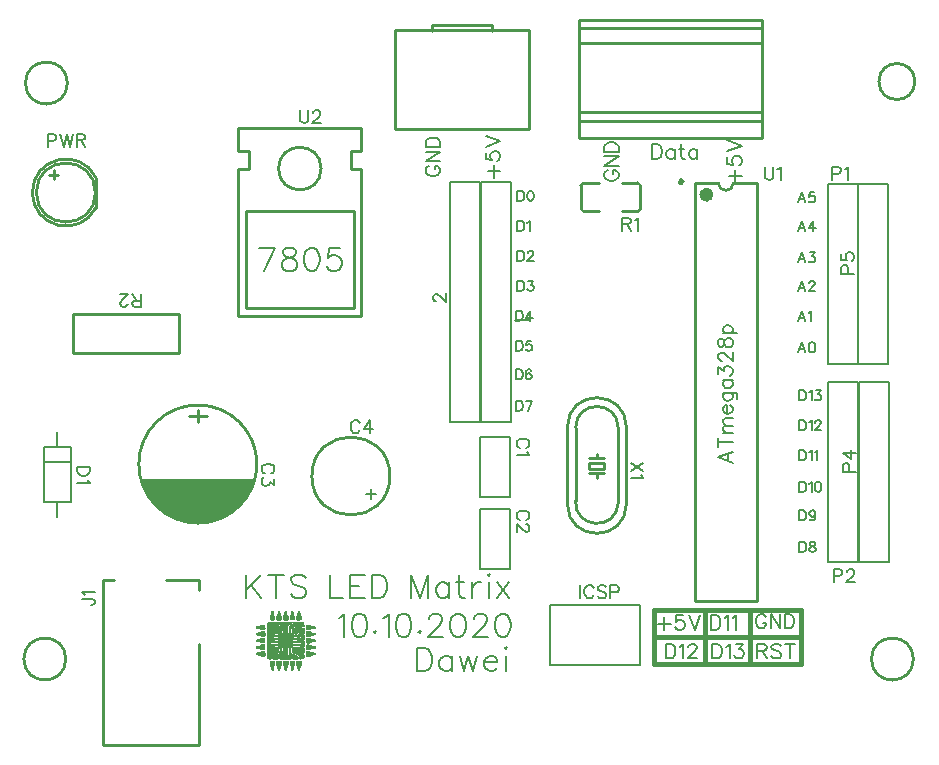
<source format=gto>
G04 Layer: TopSilkLayer*
G04 EasyEDA v6.4.7, 2020-09-27T19:17:12+06:30*
G04 5f9934904fa34247908da0985e5d9101,0cefe5c53dde44a4b7081b089a27013d,10*
G04 Gerber Generator version 0.2*
G04 Scale: 100 percent, Rotated: No, Reflected: No *
G04 Dimensions in millimeters *
G04 leading zeros omitted , absolute positions ,3 integer and 3 decimal *
%FSLAX33Y33*%
%MOMM*%
G90*
D02*

%ADD10C,0.381000*%
%ADD34C,0.203200*%
%ADD35C,0.202999*%
%ADD36C,0.254000*%
%ADD37C,0.200660*%
%ADD38C,0.299999*%
%ADD39C,0.599999*%
%ADD40C,0.127000*%
%ADD41C,0.152400*%

%LPD*%

%LPD*%
G36*
G01X23165Y6245D02*
G01X23109Y6254D01*
G01X23070Y6252D01*
G01X23044Y6244D01*
G01X23028Y6227D01*
G01X23012Y6195D01*
G01X23002Y6162D01*
G01X22992Y6116D01*
G01X22983Y6064D01*
G01X22976Y6010D01*
G01X22968Y5946D01*
G01X22958Y5901D01*
G01X22942Y5869D01*
G01X22919Y5843D01*
G01X22894Y5816D01*
G01X22881Y5781D01*
G01X22877Y5720D01*
G01X22879Y5615D01*
G01X22884Y5428D01*
G01X23099Y5423D01*
G01X23195Y5422D01*
G01X23267Y5425D01*
G01X23315Y5431D01*
G01X23340Y5439D01*
G01X23351Y5457D01*
G01X23359Y5492D01*
G01X23363Y5545D01*
G01X23365Y5618D01*
G01X23363Y5705D01*
G01X23358Y5759D01*
G01X23345Y5794D01*
G01X23321Y5824D01*
G01X23290Y5875D01*
G01X23263Y5947D01*
G01X23245Y6031D01*
G01X23238Y6115D01*
G01X23230Y6175D01*
G01X23205Y6219D01*
G01X23165Y6245D01*
G37*

%LPD*%
G36*
G01X22605Y6245D02*
G01X22548Y6254D01*
G01X22514Y6252D01*
G01X22489Y6246D01*
G01X22471Y6235D01*
G01X22458Y6218D01*
G01X22450Y6198D01*
G01X22442Y6168D01*
G01X22435Y6133D01*
G01X22429Y6096D01*
G01X22416Y5990D01*
G01X22403Y5923D01*
G01X22386Y5883D01*
G01X22362Y5854D01*
G01X22340Y5828D01*
G01X22327Y5791D01*
G01X22319Y5731D01*
G01X22312Y5634D01*
G01X22309Y5539D01*
G01X22310Y5481D01*
G01X22318Y5450D01*
G01X22334Y5436D01*
G01X22366Y5428D01*
G01X22420Y5422D01*
G01X22489Y5420D01*
G01X22565Y5419D01*
G01X22641Y5421D01*
G01X22707Y5426D01*
G01X22756Y5433D01*
G01X22781Y5441D01*
G01X22790Y5461D01*
G01X22797Y5499D01*
G01X22801Y5553D01*
G01X22803Y5621D01*
G01X22801Y5708D01*
G01X22795Y5763D01*
G01X22781Y5801D01*
G01X22755Y5836D01*
G01X22721Y5887D01*
G01X22696Y5949D01*
G01X22681Y6020D01*
G01X22676Y6100D01*
G01X22668Y6169D01*
G01X22645Y6217D01*
G01X22605Y6245D01*
G37*

%LPD*%
G36*
G01X22045Y6245D02*
G01X21986Y6254D01*
G01X21952Y6252D01*
G01X21926Y6246D01*
G01X21909Y6235D01*
G01X21895Y6218D01*
G01X21887Y6193D01*
G01X21877Y6149D01*
G01X21866Y6094D01*
G01X21858Y6033D01*
G01X21847Y5957D01*
G01X21834Y5906D01*
G01X21818Y5870D01*
G01X21795Y5844D01*
G01X21770Y5817D01*
G01X21757Y5783D01*
G01X21752Y5729D01*
G01X21750Y5639D01*
G01X21751Y5574D01*
G01X21754Y5516D01*
G01X21757Y5472D01*
G01X21761Y5448D01*
G01X21775Y5434D01*
G01X21810Y5425D01*
G01X21876Y5420D01*
G01X21984Y5419D01*
G01X22078Y5421D01*
G01X22149Y5425D01*
G01X22196Y5432D01*
G01X22218Y5441D01*
G01X22228Y5461D01*
G01X22234Y5499D01*
G01X22239Y5553D01*
G01X22240Y5620D01*
G01X22239Y5708D01*
G01X22232Y5764D01*
G01X22216Y5803D01*
G01X22187Y5844D01*
G01X22160Y5882D01*
G01X22143Y5922D01*
G01X22131Y5973D01*
G01X22122Y6041D01*
G01X22107Y6147D01*
G01X22083Y6212D01*
G01X22045Y6245D01*
G37*

%LPD*%
G36*
G01X23700Y6252D02*
G01X23670Y6254D01*
G01X23631Y6252D01*
G01X23606Y6244D01*
G01X23589Y6225D01*
G01X23573Y6191D01*
G01X23563Y6161D01*
G01X23554Y6126D01*
G01X23548Y6091D01*
G01X23546Y6059D01*
G01X23542Y5991D01*
G01X23528Y5930D01*
G01X23506Y5879D01*
G01X23476Y5838D01*
G01X23455Y5813D01*
G01X23444Y5776D01*
G01X23439Y5717D01*
G01X23438Y5621D01*
G01X23439Y5531D01*
G01X23443Y5474D01*
G01X23452Y5443D01*
G01X23466Y5431D01*
G01X23500Y5424D01*
G01X23554Y5420D01*
G01X23623Y5419D01*
G01X23698Y5419D01*
G01X23771Y5422D01*
G01X23835Y5427D01*
G01X23883Y5434D01*
G01X23905Y5441D01*
G01X23915Y5462D01*
G01X23922Y5500D01*
G01X23926Y5554D01*
G01X23927Y5624D01*
G01X23926Y5713D01*
G01X23920Y5767D01*
G01X23905Y5802D01*
G01X23878Y5833D01*
G01X23852Y5864D01*
G01X23834Y5903D01*
G01X23820Y5959D01*
G01X23807Y6042D01*
G01X23797Y6106D01*
G01X23785Y6163D01*
G01X23773Y6205D01*
G01X23763Y6228D01*
G01X23749Y6238D01*
G01X23727Y6246D01*
G01X23700Y6252D01*
G37*

%LPD*%
G36*
G01X21429Y6250D02*
G01X21391Y6251D01*
G01X21365Y6248D01*
G01X21348Y6238D01*
G01X21336Y6223D01*
G01X21327Y6198D01*
G01X21317Y6154D01*
G01X21306Y6098D01*
G01X21297Y6036D01*
G01X21285Y5958D01*
G01X21271Y5904D01*
G01X21255Y5868D01*
G01X21232Y5840D01*
G01X21208Y5814D01*
G01X21195Y5780D01*
G01X21189Y5724D01*
G01X21188Y5631D01*
G01X21189Y5559D01*
G01X21193Y5501D01*
G01X21200Y5462D01*
G01X21210Y5441D01*
G01X21236Y5432D01*
G01X21288Y5424D01*
G01X21356Y5420D01*
G01X21433Y5419D01*
G01X21509Y5420D01*
G01X21578Y5424D01*
G01X21629Y5432D01*
G01X21656Y5441D01*
G01X21665Y5461D01*
G01X21672Y5499D01*
G01X21676Y5553D01*
G01X21677Y5620D01*
G01X21676Y5708D01*
G01X21670Y5764D01*
G01X21654Y5803D01*
G01X21625Y5844D01*
G01X21598Y5883D01*
G01X21580Y5922D01*
G01X21568Y5970D01*
G01X21561Y6033D01*
G01X21546Y6139D01*
G01X21523Y6204D01*
G01X21486Y6238D01*
G01X21429Y6250D01*
G37*

%LPD*%
G36*
G01X24557Y5073D02*
G01X24462Y5075D01*
G01X24374Y5073D01*
G01X24319Y5069D01*
G01X24290Y5059D01*
G01X24275Y5043D01*
G01X24267Y5011D01*
G01X24263Y4956D01*
G01X24262Y4886D01*
G01X24264Y4810D01*
G01X24269Y4736D01*
G01X24275Y4671D01*
G01X24284Y4623D01*
G01X24294Y4600D01*
G01X24357Y4588D01*
G01X24464Y4586D01*
G01X24572Y4592D01*
G01X24641Y4606D01*
G01X24657Y4616D01*
G01X24674Y4628D01*
G01X24689Y4641D01*
G01X24699Y4653D01*
G01X24718Y4665D01*
G01X24753Y4677D01*
G01X24803Y4688D01*
G01X24863Y4697D01*
G01X24990Y4716D01*
G01X25057Y4738D01*
G01X25084Y4774D01*
G01X25089Y4837D01*
G01X25087Y4881D01*
G01X25082Y4911D01*
G01X25072Y4928D01*
G01X25056Y4937D01*
G01X25003Y4948D01*
G01X24907Y4963D01*
G01X24807Y4976D01*
G01X24742Y4983D01*
G01X24734Y4987D01*
G01X24720Y4997D01*
G01X24702Y5012D01*
G01X24682Y5029D01*
G01X24651Y5054D01*
G01X24614Y5068D01*
G01X24557Y5073D01*
G37*

%LPD*%
G36*
G01X20648Y5071D02*
G01X20543Y5073D01*
G01X20482Y5069D01*
G01X20447Y5056D01*
G01X20420Y5031D01*
G01X20393Y5008D01*
G01X20357Y4991D01*
G01X20305Y4978D01*
G01X20229Y4967D01*
G01X20112Y4949D01*
G01X20046Y4928D01*
G01X20016Y4894D01*
G01X20009Y4840D01*
G01X20011Y4812D01*
G01X20016Y4785D01*
G01X20024Y4763D01*
G01X20035Y4749D01*
G01X20058Y4739D01*
G01X20101Y4727D01*
G01X20158Y4715D01*
G01X20224Y4705D01*
G01X20308Y4692D01*
G01X20363Y4679D01*
G01X20398Y4662D01*
G01X20423Y4639D01*
G01X20447Y4615D01*
G01X20479Y4600D01*
G01X20530Y4592D01*
G01X20613Y4588D01*
G01X20690Y4585D01*
G01X20747Y4586D01*
G01X20788Y4594D01*
G01X20816Y4612D01*
G01X20832Y4643D01*
G01X20839Y4690D01*
G01X20841Y4756D01*
G01X20839Y4844D01*
G01X20834Y5066D01*
G01X20648Y5071D01*
G37*

%LPD*%
G36*
G01X24404Y4520D02*
G01X24371Y4520D01*
G01X24340Y4517D01*
G01X24313Y4511D01*
G01X24293Y4501D01*
G01X24275Y4482D01*
G01X24265Y4447D01*
G01X24261Y4381D01*
G01X24261Y4270D01*
G01X24263Y4188D01*
G01X24266Y4120D01*
G01X24269Y4072D01*
G01X24274Y4051D01*
G01X24325Y4039D01*
G01X24426Y4029D01*
G01X24533Y4024D01*
G01X24602Y4028D01*
G01X24623Y4037D01*
G01X24648Y4049D01*
G01X24673Y4066D01*
G01X24694Y4084D01*
G01X24723Y4106D01*
G01X24758Y4121D01*
G01X24804Y4132D01*
G01X24866Y4140D01*
G01X24917Y4146D01*
G01X24967Y4154D01*
G01X25009Y4163D01*
G01X25039Y4171D01*
G01X25065Y4184D01*
G01X25080Y4201D01*
G01X25087Y4230D01*
G01X25089Y4277D01*
G01X25086Y4335D01*
G01X25065Y4367D01*
G01X25005Y4386D01*
G01X24886Y4404D01*
G01X24813Y4416D01*
G01X24761Y4429D01*
G01X24725Y4443D01*
G01X24703Y4462D01*
G01X24682Y4480D01*
G01X24655Y4492D01*
G01X24620Y4501D01*
G01X24576Y4506D01*
G01X24532Y4510D01*
G01X24486Y4513D01*
G01X24441Y4517D01*
G01X24404Y4520D01*
G37*

%LPD*%
G36*
G01X20737Y4518D02*
G01X20662Y4519D01*
G01X20575Y4514D01*
G01X20508Y4507D01*
G01X20462Y4498D01*
G01X20432Y4484D01*
G01X20411Y4465D01*
G01X20389Y4445D01*
G01X20354Y4430D01*
G01X20300Y4418D01*
G01X20219Y4406D01*
G01X20155Y4397D01*
G01X20099Y4386D01*
G01X20056Y4375D01*
G01X20033Y4365D01*
G01X20024Y4351D01*
G01X20016Y4328D01*
G01X20011Y4299D01*
G01X20009Y4267D01*
G01X20010Y4224D01*
G01X20018Y4198D01*
G01X20035Y4182D01*
G01X20068Y4170D01*
G01X20100Y4162D01*
G01X20145Y4153D01*
G01X20197Y4146D01*
G01X20248Y4139D01*
G01X20312Y4131D01*
G01X20358Y4119D01*
G01X20393Y4102D01*
G01X20425Y4075D01*
G01X20459Y4046D01*
G01X20492Y4030D01*
G01X20540Y4024D01*
G01X20615Y4022D01*
G01X20671Y4024D01*
G01X20724Y4027D01*
G01X20768Y4034D01*
G01X20797Y4040D01*
G01X20823Y4054D01*
G01X20837Y4083D01*
G01X20842Y4149D01*
G01X20843Y4275D01*
G01X20842Y4360D01*
G01X20839Y4431D01*
G01X20835Y4480D01*
G01X20830Y4500D01*
G01X20793Y4512D01*
G01X20737Y4518D01*
G37*

%LPD*%
G36*
G01X20710Y3956D02*
G01X20649Y3957D01*
G01X20586Y3955D01*
G01X20529Y3951D01*
G01X20482Y3945D01*
G01X20452Y3935D01*
G01X20435Y3925D01*
G01X20421Y3915D01*
G01X20411Y3904D01*
G01X20407Y3897D01*
G01X20399Y3882D01*
G01X20369Y3868D01*
G01X20307Y3856D01*
G01X20205Y3840D01*
G01X20144Y3831D01*
G01X20091Y3821D01*
G01X20052Y3810D01*
G01X20031Y3801D01*
G01X20014Y3766D01*
G01X20009Y3712D01*
G01X20017Y3659D01*
G01X20036Y3623D01*
G01X20069Y3609D01*
G01X20134Y3596D01*
G01X20230Y3582D01*
G01X20355Y3570D01*
G01X20363Y3566D01*
G01X20377Y3556D01*
G01X20396Y3541D01*
G01X20416Y3523D01*
G01X20448Y3498D01*
G01X20485Y3484D01*
G01X20546Y3480D01*
G01X20650Y3482D01*
G01X20834Y3487D01*
G01X20839Y3703D01*
G01X20840Y3790D01*
G01X20838Y3862D01*
G01X20833Y3914D01*
G01X20827Y3937D01*
G01X20805Y3946D01*
G01X20764Y3952D01*
G01X20710Y3956D01*
G37*

%LPD*%
G36*
G01X24548Y3961D02*
G01X24458Y3965D01*
G01X24369Y3964D01*
G01X24304Y3955D01*
G01X24292Y3951D01*
G01X24281Y3944D01*
G01X24274Y3935D01*
G01X24271Y3926D01*
G01X24268Y3847D01*
G01X24266Y3771D01*
G01X24265Y3700D01*
G01X24266Y3637D01*
G01X24268Y3582D01*
G01X24271Y3540D01*
G01X24275Y3511D01*
G01X24280Y3498D01*
G01X24314Y3482D01*
G01X24364Y3471D01*
G01X24424Y3466D01*
G01X24488Y3467D01*
G01X24552Y3472D01*
G01X24610Y3482D01*
G01X24657Y3497D01*
G01X24687Y3516D01*
G01X24725Y3547D01*
G01X24775Y3569D01*
G01X24836Y3582D01*
G01X24907Y3587D01*
G01X24945Y3589D01*
G01X24983Y3592D01*
G01X25017Y3598D01*
G01X25042Y3605D01*
G01X25067Y3617D01*
G01X25080Y3634D01*
G01X25087Y3664D01*
G01X25089Y3711D01*
G01X25086Y3772D01*
G01X25065Y3805D01*
G01X25005Y3824D01*
G01X24886Y3843D01*
G01X24816Y3854D01*
G01X24763Y3867D01*
G01X24726Y3882D01*
G01X24704Y3899D01*
G01X24687Y3914D01*
G01X24664Y3928D01*
G01X24639Y3942D01*
G01X24613Y3951D01*
G01X24548Y3961D01*
G37*

%LPD*%
G36*
G01X20771Y3401D02*
G01X20718Y3404D01*
G01X20640Y3402D01*
G01X20553Y3398D01*
G01X20496Y3390D01*
G01X20456Y3375D01*
G01X20420Y3351D01*
G01X20385Y3327D01*
G01X20342Y3310D01*
G01X20285Y3295D01*
G01X20210Y3283D01*
G01X20149Y3273D01*
G01X20096Y3261D01*
G01X20055Y3250D01*
G01X20033Y3241D01*
G01X20024Y3227D01*
G01X20016Y3205D01*
G01X20011Y3179D01*
G01X20009Y3150D01*
G01X20011Y3113D01*
G01X20018Y3088D01*
G01X20035Y3069D01*
G01X20062Y3052D01*
G01X20090Y3041D01*
G01X20126Y3033D01*
G01X20167Y3027D01*
G01X20206Y3025D01*
G01X20278Y3021D01*
G01X20336Y3008D01*
G01X20385Y2986D01*
G01X20426Y2952D01*
G01X20452Y2932D01*
G01X20487Y2922D01*
G01X20548Y2918D01*
G01X20649Y2919D01*
G01X20834Y2925D01*
G01X20839Y3140D01*
G01X20840Y3237D01*
G01X20838Y3309D01*
G01X20832Y3357D01*
G01X20822Y3381D01*
G01X20804Y3393D01*
G01X20771Y3401D01*
G37*

%LPD*%
G36*
G01X24554Y3400D02*
G01X24450Y3405D01*
G01X24350Y3401D01*
G01X24290Y3388D01*
G01X24277Y3371D01*
G01X24268Y3334D01*
G01X24263Y3273D01*
G01X24260Y3180D01*
G01X24259Y3088D01*
G01X24259Y3020D01*
G01X24264Y2972D01*
G01X24277Y2942D01*
G01X24301Y2925D01*
G01X24338Y2917D01*
G01X24392Y2915D01*
G01X24465Y2916D01*
G01X24570Y2917D01*
G01X24631Y2923D01*
G01X24666Y2936D01*
G01X24692Y2961D01*
G01X24714Y2981D01*
G01X24742Y2997D01*
G01X24775Y3008D01*
G01X24814Y3015D01*
G01X24854Y3021D01*
G01X24902Y3028D01*
G01X24950Y3036D01*
G01X24993Y3044D01*
G01X25089Y3063D01*
G01X25089Y3151D01*
G01X25087Y3199D01*
G01X25080Y3228D01*
G01X25064Y3245D01*
G01X25035Y3257D01*
G01X25004Y3266D01*
G01X24959Y3275D01*
G01X24907Y3283D01*
G01X24852Y3289D01*
G01X24792Y3296D01*
G01X24748Y3306D01*
G01X24719Y3319D01*
G01X24701Y3335D01*
G01X24688Y3349D01*
G01X24670Y3363D01*
G01X24649Y3377D01*
G01X24628Y3387D01*
G01X24554Y3400D01*
G37*

%LPD*%
G36*
G01X24562Y2842D02*
G01X24470Y2842D01*
G01X24395Y2839D01*
G01X24341Y2834D01*
G01X24306Y2825D01*
G01X24287Y2813D01*
G01X24278Y2787D01*
G01X24271Y2739D01*
G01X24265Y2675D01*
G01X24262Y2604D01*
G01X24261Y2532D01*
G01X24262Y2467D01*
G01X24267Y2416D01*
G01X24274Y2386D01*
G01X24290Y2369D01*
G01X24320Y2359D01*
G01X24376Y2355D01*
G01X24467Y2353D01*
G01X24564Y2355D01*
G01X24622Y2360D01*
G01X24659Y2374D01*
G01X24689Y2399D01*
G01X24719Y2422D01*
G01X24756Y2438D01*
G01X24806Y2451D01*
G01X24877Y2462D01*
G01X24993Y2480D01*
G01X25057Y2503D01*
G01X25083Y2541D01*
G01X25085Y2602D01*
G01X25079Y2686D01*
G01X24979Y2710D01*
G01X24935Y2719D01*
G01X24888Y2726D01*
G01X24843Y2732D01*
G01X24807Y2734D01*
G01X24770Y2737D01*
G01X24739Y2746D01*
G01X24711Y2763D01*
G01X24683Y2789D01*
G01X24650Y2820D01*
G01X24616Y2836D01*
G01X24562Y2842D01*
G37*

%LPD*%
G36*
G01X20641Y2839D02*
G01X20550Y2842D01*
G01X20496Y2838D01*
G01X20461Y2822D01*
G01X20427Y2792D01*
G01X20394Y2765D01*
G01X20358Y2747D01*
G01X20310Y2736D01*
G01X20241Y2727D01*
G01X20128Y2713D01*
G01X20060Y2690D01*
G01X20025Y2653D01*
G01X20012Y2595D01*
G01X20014Y2538D01*
G01X20040Y2503D01*
G01X20106Y2482D01*
G01X20227Y2462D01*
G01X20303Y2450D01*
G01X20357Y2436D01*
G01X20395Y2420D01*
G01X20423Y2397D01*
G01X20452Y2373D01*
G01X20486Y2360D01*
G01X20542Y2355D01*
G01X20633Y2353D01*
G01X20705Y2355D01*
G01X20761Y2359D01*
G01X20801Y2366D01*
G01X20821Y2375D01*
G01X20832Y2402D01*
G01X20839Y2455D01*
G01X20843Y2524D01*
G01X20844Y2601D01*
G01X20842Y2678D01*
G01X20838Y2746D01*
G01X20831Y2796D01*
G01X20821Y2818D01*
G01X20800Y2824D01*
G01X20758Y2830D01*
G01X20704Y2835D01*
G01X20641Y2839D01*
G37*

%LPD*%
G36*
G01X21890Y5313D02*
G01X21816Y5316D01*
G01X21697Y5315D01*
G01X21596Y5311D01*
G01X21522Y5305D01*
G01X21476Y5297D01*
G01X21456Y5287D01*
G01X21445Y5234D01*
G01X21443Y5150D01*
G01X21450Y5067D01*
G01X21465Y5015D01*
G01X21483Y4999D01*
G01X21518Y4978D01*
G01X21563Y4955D01*
G01X21614Y4932D01*
G01X21674Y4907D01*
G01X21745Y4876D01*
G01X21817Y4844D01*
G01X21882Y4814D01*
G01X21938Y4788D01*
G01X22022Y4753D01*
G01X22041Y4748D01*
G01X22048Y4747D01*
G01X22054Y4744D01*
G01X22058Y4740D01*
G01X22061Y4735D01*
G01X22062Y4726D01*
G01X22065Y4712D01*
G01X22069Y4694D01*
G01X22072Y4676D01*
G01X22076Y4647D01*
G01X22081Y4602D01*
G01X22085Y4548D01*
G01X22089Y4490D01*
G01X22093Y4410D01*
G01X22091Y4369D01*
G01X22080Y4352D01*
G01X22058Y4349D01*
G01X22036Y4353D01*
G01X22024Y4373D01*
G01X22022Y4428D01*
G01X22025Y4531D01*
G01X22027Y4599D01*
G01X22028Y4650D01*
G01X22024Y4687D01*
G01X22012Y4715D01*
G01X21989Y4737D01*
G01X21954Y4758D01*
G01X21902Y4782D01*
G01X21832Y4813D01*
G01X21781Y4835D01*
G01X21665Y4887D01*
G01X21614Y4910D01*
G01X21569Y4931D01*
G01X21525Y4950D01*
G01X21489Y4965D01*
G01X21465Y4973D01*
G01X21442Y4985D01*
G01X21430Y5006D01*
G01X21424Y5050D01*
G01X21423Y5126D01*
G01X21422Y5182D01*
G01X21419Y5231D01*
G01X21414Y5269D01*
G01X21408Y5290D01*
G01X21392Y5301D01*
G01X21360Y5308D01*
G01X21308Y5310D01*
G01X21230Y5308D01*
G01X21142Y5303D01*
G01X21086Y5294D01*
G01X21048Y5279D01*
G01X21015Y5252D01*
G01X20985Y5220D01*
G01X20968Y5185D01*
G01X20960Y5130D01*
G01X20955Y5038D01*
G01X20953Y4964D01*
G01X20956Y4908D01*
G01X20961Y4869D01*
G01X20970Y4847D01*
G01X20989Y4835D01*
G01X21022Y4827D01*
G01X21072Y4822D01*
G01X21144Y4821D01*
G01X21296Y4821D01*
G01X21290Y4467D01*
G01X21280Y4630D01*
G01X21269Y4793D01*
G01X21126Y4799D01*
G01X21059Y4800D01*
G01X21012Y4798D01*
G01X20982Y4791D01*
G01X20967Y4781D01*
G01X20962Y4754D01*
G01X20957Y4700D01*
G01X20953Y4624D01*
G01X20952Y4537D01*
G01X20954Y4401D01*
G01X20965Y4325D01*
G01X20989Y4289D01*
G01X21034Y4274D01*
G01X21053Y4266D01*
G01X21064Y4247D01*
G01X21069Y4210D01*
G01X21071Y4146D01*
G01X21072Y4085D01*
G01X21077Y4040D01*
G01X21089Y4008D01*
G01X21112Y3987D01*
G01X21149Y3976D01*
G01X21205Y3971D01*
G01X21283Y3972D01*
G01X21386Y3976D01*
G01X21442Y3978D01*
G01X21499Y3981D01*
G01X21556Y3983D01*
G01X21611Y3986D01*
G01X21662Y3989D01*
G01X21708Y3992D01*
G01X21748Y3994D01*
G01X21779Y3996D01*
G01X21851Y4002D01*
G01X21891Y4000D01*
G01X21910Y3989D01*
G01X21919Y3969D01*
G01X21919Y3937D01*
G01X21895Y3919D01*
G01X21839Y3915D01*
G01X21744Y3922D01*
G01X21713Y3924D01*
G01X21673Y3927D01*
G01X21627Y3930D01*
G01X21575Y3932D01*
G01X21520Y3935D01*
G01X21407Y3939D01*
G01X21351Y3941D01*
G01X21247Y3943D01*
G01X21159Y3945D01*
G01X21095Y3947D01*
G01X21065Y3948D01*
G01X21055Y3957D01*
G01X21048Y3984D01*
G01X21044Y4029D01*
G01X21042Y4096D01*
G01X21041Y4168D01*
G01X21037Y4214D01*
G01X21028Y4240D01*
G01X21014Y4252D01*
G01X21002Y4255D01*
G01X20989Y4255D01*
G01X20977Y4251D01*
G01X20967Y4244D01*
G01X20960Y4217D01*
G01X20954Y4160D01*
G01X20951Y4082D01*
G01X20951Y3994D01*
G01X20953Y3907D01*
G01X20957Y3828D01*
G01X20963Y3769D01*
G01X20971Y3740D01*
G01X20995Y3730D01*
G01X21051Y3725D01*
G01X21142Y3722D01*
G01X21275Y3723D01*
G01X21387Y3724D01*
G01X21481Y3723D01*
G01X21548Y3720D01*
G01X21578Y3716D01*
G01X21560Y3711D01*
G01X21498Y3705D01*
G01X21401Y3700D01*
G01X21279Y3696D01*
G01X20961Y3687D01*
G01X20961Y3179D01*
G01X21047Y3179D01*
G01X21080Y3178D01*
G01X21108Y3176D01*
G01X21127Y3171D01*
G01X21133Y3167D01*
G01X21119Y3154D01*
G01X21086Y3144D01*
G01X21049Y3139D01*
G01X21023Y3144D01*
G01X21014Y3146D01*
G01X21002Y3145D01*
G01X20990Y3140D01*
G01X20978Y3133D01*
G01X20966Y3112D01*
G01X20958Y3067D01*
G01X20953Y2993D01*
G01X20952Y2879D01*
G01X20954Y2738D01*
G01X20964Y2658D01*
G01X20989Y2620D01*
G01X21034Y2602D01*
G01X21054Y2597D01*
G01X21060Y2594D01*
G01X21053Y2593D01*
G01X21033Y2591D01*
G01X20993Y2581D01*
G01X20968Y2552D01*
G01X20956Y2497D01*
G01X20952Y2408D01*
G01X20958Y2311D01*
G01X20978Y2237D01*
G01X21012Y2182D01*
G01X21064Y2142D01*
G01X21136Y2125D01*
G01X21243Y2118D01*
G01X21344Y2123D01*
G01X21402Y2139D01*
G01X21411Y2157D01*
G01X21418Y2191D01*
G01X21422Y2236D01*
G01X21424Y2289D01*
G01X21425Y2340D01*
G01X21428Y2385D01*
G01X21433Y2419D01*
G01X21438Y2436D01*
G01X21459Y2454D01*
G01X21491Y2466D01*
G01X21517Y2470D01*
G01X21522Y2460D01*
G01X21516Y2454D01*
G01X21508Y2449D01*
G01X21498Y2446D01*
G01X21488Y2444D01*
G01X21466Y2435D01*
G01X21452Y2408D01*
G01X21444Y2358D01*
G01X21442Y2281D01*
G01X21442Y2225D01*
G01X21444Y2183D01*
G01X21452Y2154D01*
G01X21470Y2135D01*
G01X21501Y2124D01*
G01X21547Y2119D01*
G01X21613Y2117D01*
G01X21703Y2117D01*
G01X21810Y2119D01*
G01X21889Y2123D01*
G01X21940Y2130D01*
G01X21964Y2139D01*
G01X21973Y2156D01*
G01X21980Y2185D01*
G01X21984Y2222D01*
G01X21986Y2264D01*
G01X21987Y2323D01*
G01X21995Y2359D01*
G01X22016Y2384D01*
G01X22054Y2410D01*
G01X22101Y2439D01*
G01X22144Y2463D01*
G01X22181Y2481D01*
G01X22209Y2492D01*
G01X22226Y2495D01*
G01X22228Y2491D01*
G01X22214Y2477D01*
G01X22182Y2453D01*
G01X22154Y2435D01*
G01X22127Y2421D01*
G01X22105Y2411D01*
G01X22090Y2408D01*
G01X22056Y2396D01*
G01X22028Y2365D01*
G01X22011Y2318D01*
G01X22004Y2258D01*
G01X22005Y2210D01*
G01X22007Y2175D01*
G01X22016Y2150D01*
G01X22034Y2134D01*
G01X22065Y2124D01*
G01X22112Y2119D01*
G01X22178Y2117D01*
G01X22267Y2117D01*
G01X22384Y2119D01*
G01X22461Y2123D01*
G01X22507Y2131D01*
G01X22529Y2143D01*
G01X22533Y2153D01*
G01X22537Y2174D01*
G01X22540Y2204D01*
G01X22542Y2244D01*
G01X22543Y2295D01*
G01X22543Y2426D01*
G01X22541Y2508D01*
G01X22538Y2600D01*
G01X22535Y2703D01*
G01X22531Y2817D01*
G01X22526Y2943D01*
G01X22525Y3012D01*
G01X22528Y3050D01*
G01X22538Y3066D01*
G01X22558Y3070D01*
G01X22574Y3068D01*
G01X22584Y3062D01*
G01X22589Y3050D01*
G01X22589Y3034D01*
G01X22587Y3018D01*
G01X22586Y2986D01*
G01X22584Y2940D01*
G01X22582Y2882D01*
G01X22580Y2814D01*
G01X22577Y2738D01*
G01X22575Y2656D01*
G01X22572Y2569D01*
G01X22570Y2457D01*
G01X22568Y2365D01*
G01X22568Y2290D01*
G01X22569Y2230D01*
G01X22570Y2186D01*
G01X22573Y2155D01*
G01X22578Y2136D01*
G01X22584Y2128D01*
G01X22610Y2122D01*
G01X22666Y2118D01*
G01X22744Y2116D01*
G01X22836Y2116D01*
G01X22948Y2118D01*
G01X23023Y2123D01*
G01X23065Y2132D01*
G01X23086Y2145D01*
G01X23097Y2159D01*
G01X23106Y2163D01*
G01X23116Y2159D01*
G01X23129Y2145D01*
G01X23151Y2132D01*
G01X23195Y2123D01*
G01X23273Y2119D01*
G01X23393Y2117D01*
G01X23521Y2118D01*
G01X23597Y2123D01*
G01X23636Y2133D01*
G01X23654Y2149D01*
G01X23664Y2166D01*
G01X23672Y2171D01*
G01X23682Y2165D01*
G01X23696Y2147D01*
G01X23714Y2130D01*
G01X23744Y2120D01*
G01X23795Y2118D01*
G01X23877Y2120D01*
G01X23984Y2130D01*
G01X24055Y2151D01*
G01X24103Y2192D01*
G01X24139Y2258D01*
G01X24156Y2335D01*
G01X24163Y2437D01*
G01X24158Y2532D01*
G01X24141Y2586D01*
G01X24120Y2595D01*
G01X24079Y2601D01*
G01X24019Y2606D01*
G01X23942Y2607D01*
G01X23841Y2608D01*
G01X23789Y2613D01*
G01X23768Y2625D01*
G01X23765Y2648D01*
G01X23765Y2669D01*
G01X23768Y2677D01*
G01X23774Y2673D01*
G01X23784Y2657D01*
G01X23806Y2642D01*
G01X23850Y2631D01*
G01X23908Y2625D01*
G01X23972Y2622D01*
G01X24035Y2624D01*
G01X24091Y2629D01*
G01X24133Y2640D01*
G01X24152Y2654D01*
G01X24158Y2689D01*
G01X24163Y2749D01*
G01X24164Y2823D01*
G01X24164Y2905D01*
G01X24160Y2985D01*
G01X24156Y3054D01*
G01X24150Y3104D01*
G01X24143Y3126D01*
G01X24130Y3131D01*
G01X24112Y3134D01*
G01X24091Y3137D01*
G01X24069Y3137D01*
G01X24028Y3144D01*
G01X24005Y3171D01*
G01X23994Y3226D01*
G01X23993Y3315D01*
G01X23993Y3363D01*
G01X23990Y3400D01*
G01X23983Y3426D01*
G01X23973Y3442D01*
G01X23947Y3450D01*
G01X23895Y3455D01*
G01X23815Y3455D01*
G01X23706Y3452D01*
G01X23526Y3445D01*
G01X23393Y3440D01*
G01X23301Y3437D01*
G01X23243Y3437D01*
G01X23210Y3440D01*
G01X23195Y3446D01*
G01X23192Y3456D01*
G01X23193Y3482D01*
G01X23199Y3492D01*
G01X23217Y3499D01*
G01X23254Y3501D01*
G01X23317Y3501D01*
G01X23412Y3498D01*
G01X23547Y3491D01*
G01X23728Y3483D01*
G01X24009Y3469D01*
G01X24018Y3324D01*
G01X24024Y3244D01*
G01X24032Y3200D01*
G01X24046Y3180D01*
G01X24069Y3173D01*
G01X24118Y3175D01*
G01X24147Y3209D01*
G01X24160Y3289D01*
G01X24163Y3432D01*
G01X24162Y3530D01*
G01X24158Y3603D01*
G01X24151Y3651D01*
G01X24141Y3674D01*
G01X24124Y3683D01*
G01X24095Y3690D01*
G01X24056Y3694D01*
G01X24013Y3696D01*
G01X23967Y3697D01*
G01X23936Y3701D01*
G01X23921Y3707D01*
G01X23919Y3716D01*
G01X23929Y3723D01*
G01X23947Y3726D01*
G01X23973Y3726D01*
G01X24004Y3723D01*
G01X24038Y3719D01*
G01X24069Y3719D01*
G01X24096Y3724D01*
G01X24120Y3733D01*
G01X24144Y3751D01*
G01X24157Y3784D01*
G01X24163Y3853D01*
G01X24163Y4067D01*
G01X24160Y4144D01*
G01X24156Y4201D01*
G01X24152Y4230D01*
G01X24117Y4254D01*
G01X24054Y4260D01*
G01X23986Y4249D01*
G01X23936Y4222D01*
G01X23911Y4199D01*
G01X23897Y4194D01*
G01X23895Y4208D01*
G01X23909Y4239D01*
G01X23922Y4258D01*
G01X23942Y4269D01*
G01X23973Y4275D01*
G01X24017Y4276D01*
G01X24063Y4278D01*
G01X24098Y4283D01*
G01X24124Y4296D01*
G01X24142Y4318D01*
G01X24153Y4352D01*
G01X24159Y4401D01*
G01X24163Y4468D01*
G01X24163Y4555D01*
G01X24162Y4654D01*
G01X24158Y4727D01*
G01X24151Y4776D01*
G01X24141Y4799D01*
G01X24103Y4815D01*
G01X24045Y4820D01*
G01X23985Y4814D01*
G01X23943Y4798D01*
G01X23929Y4784D01*
G01X23911Y4762D01*
G01X23892Y4736D01*
G01X23874Y4707D01*
G01X23858Y4681D01*
G01X23843Y4659D01*
G01X23832Y4645D01*
G01X23825Y4639D01*
G01X23832Y4662D01*
G01X23862Y4716D01*
G01X23901Y4778D01*
G01X23936Y4825D01*
G01X23953Y4840D01*
G01X23972Y4849D01*
G01X23995Y4851D01*
G01X24026Y4847D01*
G01X24053Y4844D01*
G01X24080Y4845D01*
G01X24105Y4849D01*
G01X24125Y4856D01*
G01X24145Y4871D01*
G01X24156Y4894D01*
G01X24162Y4931D01*
G01X24163Y4992D01*
G01X24157Y5080D01*
G01X24140Y5156D01*
G01X24112Y5218D01*
G01X24072Y5265D01*
G01X24046Y5284D01*
G01X24009Y5295D01*
G01X23953Y5300D01*
G01X23866Y5301D01*
G01X23701Y5301D01*
G01X23695Y5179D01*
G01X23691Y5112D01*
G01X23683Y5071D01*
G01X23667Y5046D01*
G01X23641Y5027D01*
G01X23615Y5011D01*
G01X23583Y4991D01*
G01X23548Y4968D01*
G01X23514Y4945D01*
G01X23458Y4911D01*
G01X23421Y4895D01*
G01X23407Y4898D01*
G01X23419Y4920D01*
G01X23429Y4931D01*
G01X23441Y4940D01*
G01X23452Y4945D01*
G01X23461Y4948D01*
G01X23497Y4962D01*
G01X23553Y4997D01*
G01X23610Y5038D01*
G01X23646Y5071D01*
G01X23652Y5088D01*
G01X23657Y5118D01*
G01X23658Y5155D01*
G01X23656Y5198D01*
G01X23646Y5301D01*
G01X23410Y5311D01*
G01X23292Y5315D01*
G01X23216Y5314D01*
G01X23169Y5308D01*
G01X23143Y5295D01*
G01X23127Y5284D01*
G01X23113Y5279D01*
G01X23100Y5282D01*
G01X23086Y5290D01*
G01X23060Y5299D01*
G01X23007Y5305D01*
G01X22927Y5308D01*
G01X22818Y5307D01*
G01X22576Y5301D01*
G01X22578Y4948D01*
G01X22578Y4875D01*
G01X22579Y4806D01*
G01X22581Y4740D01*
G01X22583Y4681D01*
G01X22585Y4628D01*
G01X22588Y4586D01*
G01X22590Y4554D01*
G01X22593Y4535D01*
G01X22601Y4467D01*
G01X22594Y4408D01*
G01X22576Y4365D01*
G01X22546Y4349D01*
G01X22526Y4352D01*
G01X22516Y4368D01*
G01X22515Y4408D01*
G01X22521Y4481D01*
G01X22526Y4559D01*
G01X22531Y4642D01*
G01X22535Y4728D01*
G01X22539Y4816D01*
G01X22541Y4902D01*
G01X22543Y4985D01*
G01X22543Y5131D01*
G01X22540Y5190D01*
G01X22538Y5237D01*
G01X22534Y5269D01*
G01X22529Y5285D01*
G01X22498Y5297D01*
G01X22436Y5307D01*
G01X22355Y5312D01*
G01X22263Y5313D01*
G01X22173Y5311D01*
G01X22093Y5305D01*
G01X22036Y5295D01*
G01X22011Y5282D01*
G01X22004Y5268D01*
G01X21995Y5264D01*
G01X21982Y5271D01*
G01X21961Y5287D01*
G01X21933Y5304D01*
G01X21890Y5313D01*
G37*

%LPC*%
G36*
G01X22826Y3076D02*
G01X22806Y3079D01*
G01X22786Y3075D01*
G01X22774Y3061D01*
G01X22765Y3032D01*
G01X22757Y2984D01*
G01X22754Y2942D01*
G01X22754Y2901D01*
G01X22758Y2865D01*
G01X22765Y2838D01*
G01X22773Y2805D01*
G01X22779Y2754D01*
G01X22783Y2691D01*
G01X22784Y2625D01*
G01X22784Y2565D01*
G01X22786Y2520D01*
G01X22791Y2487D01*
G01X22804Y2462D01*
G01X22826Y2441D01*
G01X22860Y2422D01*
G01X22909Y2399D01*
G01X22975Y2371D01*
G01X23035Y2344D01*
G01X23069Y2322D01*
G01X23086Y2294D01*
G01X23095Y2253D01*
G01X23106Y2181D01*
G01X23108Y2257D01*
G01X23108Y2304D01*
G01X23089Y2336D01*
G01X23024Y2373D01*
G01X22889Y2435D01*
G01X22841Y2467D01*
G01X22813Y2515D01*
G01X22804Y2587D01*
G01X22810Y2692D01*
G01X22815Y2744D01*
G01X22820Y2808D01*
G01X22826Y2875D01*
G01X22832Y2938D01*
G01X22837Y3017D01*
G01X22836Y3059D01*
G01X22826Y3076D01*
G37*
G36*
G01X23492Y2495D02*
G01X23410Y2537D01*
G01X23465Y2491D01*
G01X23487Y2472D01*
G01X23507Y2458D01*
G01X23523Y2448D01*
G01X23534Y2444D01*
G01X23541Y2442D01*
G01X23550Y2438D01*
G01X23560Y2432D01*
G01X23570Y2425D01*
G01X23581Y2416D01*
G01X23596Y2405D01*
G01X23611Y2393D01*
G01X23627Y2383D01*
G01X23641Y2367D01*
G01X23655Y2343D01*
G01X23666Y2313D01*
G01X23674Y2279D01*
G01X23687Y2199D01*
G01X23689Y2282D01*
G01X23684Y2339D01*
G01X23667Y2385D01*
G01X23640Y2415D01*
G01X23605Y2426D01*
G01X23597Y2427D01*
G01X23589Y2430D01*
G01X23583Y2434D01*
G01X23580Y2439D01*
G01X23571Y2448D01*
G01X23551Y2461D01*
G01X23524Y2478D01*
G01X23492Y2495D01*
G37*
G36*
G01X21655Y2532D02*
G01X21644Y2534D01*
G01X21623Y2526D01*
G01X21595Y2509D01*
G01X21576Y2494D01*
G01X21570Y2487D01*
G01X21578Y2487D01*
G01X21601Y2492D01*
G01X21633Y2504D01*
G01X21645Y2512D01*
G01X21652Y2519D01*
G01X21655Y2532D01*
G37*
G36*
G01X22337Y3074D02*
G01X22315Y3079D01*
G01X22300Y3078D01*
G01X22287Y3075D01*
G01X22278Y3071D01*
G01X22274Y3065D01*
G01X22272Y3007D01*
G01X22277Y2928D01*
G01X22286Y2854D01*
G01X22296Y2817D01*
G01X22311Y2766D01*
G01X22313Y2679D01*
G01X22304Y2593D01*
G01X22284Y2541D01*
G01X22274Y2529D01*
G01X22268Y2518D01*
G01X22265Y2508D01*
G01X22267Y2502D01*
G01X22273Y2500D01*
G01X22281Y2502D01*
G01X22292Y2509D01*
G01X22302Y2518D01*
G01X22314Y2545D01*
G01X22325Y2600D01*
G01X22333Y2688D01*
G01X22340Y2811D01*
G01X22347Y2965D01*
G01X22347Y3044D01*
G01X22337Y3074D01*
G37*
G36*
G01X23253Y2635D02*
G01X23238Y2638D01*
G01X23260Y2617D01*
G01X23311Y2582D01*
G01X23365Y2550D01*
G01X23396Y2535D01*
G01X23399Y2538D01*
G01X23395Y2544D01*
G01X23387Y2553D01*
G01X23374Y2564D01*
G01X23334Y2591D01*
G01X23290Y2617D01*
G01X23253Y2635D01*
G37*
G36*
G01X22080Y3075D02*
G01X22059Y3079D01*
G01X22040Y3075D01*
G01X22028Y3061D01*
G01X22023Y3028D01*
G01X22022Y2968D01*
G01X22024Y2917D01*
G01X22030Y2872D01*
G01X22041Y2834D01*
G01X22054Y2804D01*
G01X22072Y2772D01*
G01X22075Y2751D01*
G01X22062Y2732D01*
G01X22031Y2706D01*
G01X22008Y2689D01*
G01X21985Y2675D01*
G01X21964Y2665D01*
G01X21949Y2662D01*
G01X21936Y2660D01*
G01X21924Y2657D01*
G01X21913Y2652D01*
G01X21888Y2637D01*
G01X21860Y2623D01*
G01X21822Y2606D01*
G01X21778Y2589D01*
G01X21738Y2572D01*
G01X21708Y2557D01*
G01X21691Y2546D01*
G01X21690Y2540D01*
G01X21705Y2541D01*
G01X21733Y2548D01*
G01X21768Y2561D01*
G01X21808Y2578D01*
G01X21853Y2598D01*
G01X21904Y2620D01*
G01X21954Y2641D01*
G01X21996Y2658D01*
G01X22086Y2694D01*
G01X22091Y2886D01*
G01X22093Y2994D01*
G01X22090Y3052D01*
G01X22080Y3075D01*
G37*
G36*
G01X21276Y2840D02*
G01X21275Y2843D01*
G01X21251Y2818D01*
G01X21209Y2763D01*
G01X21169Y2704D01*
G01X21152Y2669D01*
G01X21149Y2661D01*
G01X21142Y2650D01*
G01X21133Y2637D01*
G01X21122Y2622D01*
G01X21111Y2610D01*
G01X21105Y2599D01*
G01X21104Y2592D01*
G01X21108Y2589D01*
G01X21119Y2596D01*
G01X21135Y2615D01*
G01X21156Y2642D01*
G01X21178Y2675D01*
G01X21200Y2712D01*
G01X21223Y2748D01*
G01X21243Y2780D01*
G01X21257Y2802D01*
G01X21266Y2818D01*
G01X21273Y2831D01*
G01X21276Y2840D01*
G37*
G36*
G01X23041Y3076D02*
G01X23017Y3077D01*
G01X23006Y3064D01*
G01X23004Y3025D01*
G01X23008Y2949D01*
G01X23020Y2818D01*
G01X23034Y2713D01*
G01X23048Y2644D01*
G01X23061Y2621D01*
G01X23070Y2623D01*
G01X23085Y2625D01*
G01X23104Y2626D01*
G01X23125Y2627D01*
G01X23174Y2630D01*
G01X23120Y2642D01*
G01X23090Y2650D01*
G01X23074Y2663D01*
G01X23069Y2689D01*
G01X23069Y2735D01*
G01X23071Y2776D01*
G01X23074Y2830D01*
G01X23076Y2887D01*
G01X23078Y2943D01*
G01X23080Y3014D01*
G01X23077Y3053D01*
G01X23065Y3070D01*
G01X23041Y3076D01*
G37*
G36*
G01X23331Y3253D02*
G01X23249Y3258D01*
G01X23204Y3257D01*
G01X23187Y3248D01*
G01X23187Y3230D01*
G01X23198Y3212D01*
G01X23236Y3202D01*
G01X23321Y3198D01*
G01X23474Y3197D01*
G01X23755Y3197D01*
G01X23775Y2707D01*
G01X23778Y2964D01*
G01X23782Y3222D01*
G01X23633Y3232D01*
G01X23563Y3236D01*
G01X23402Y3248D01*
G01X23331Y3253D01*
G37*
G36*
G01X21330Y2934D02*
G01X21325Y2939D01*
G01X21318Y2934D01*
G01X21309Y2923D01*
G01X21299Y2904D01*
G01X21287Y2876D01*
G01X21284Y2865D01*
G01X21290Y2867D01*
G01X21307Y2882D01*
G01X21318Y2896D01*
G01X21326Y2910D01*
G01X21330Y2923D01*
G01X21330Y2934D01*
G37*
G36*
G01X21543Y3221D02*
G01X21530Y3222D01*
G01X21512Y3215D01*
G01X21487Y3192D01*
G01X21458Y3155D01*
G01X21425Y3107D01*
G01X21396Y3060D01*
G01X21373Y3020D01*
G01X21357Y2991D01*
G01X21351Y2977D01*
G01X21362Y2978D01*
G01X21390Y3011D01*
G01X21426Y3063D01*
G01X21461Y3124D01*
G01X21480Y3156D01*
G01X21500Y3183D01*
G01X21518Y3203D01*
G01X21532Y3213D01*
G01X21545Y3216D01*
G01X21548Y3219D01*
G01X21543Y3221D01*
G37*
G36*
G01X21857Y3259D02*
G01X21791Y3260D01*
G01X21741Y3259D01*
G01X21697Y3255D01*
G01X21662Y3249D01*
G01X21641Y3242D01*
G01X21626Y3221D01*
G01X21648Y3203D01*
G01X21704Y3192D01*
G01X21791Y3188D01*
G01X21857Y3189D01*
G01X21894Y3194D01*
G01X21910Y3204D01*
G01X21914Y3224D01*
G01X21910Y3244D01*
G01X21894Y3255D01*
G01X21857Y3259D01*
G37*
G36*
G01X21869Y3506D02*
G01X21794Y3514D01*
G01X21714Y3512D01*
G01X21660Y3496D01*
G01X21635Y3489D01*
G01X21590Y3484D01*
G01X21529Y3480D01*
G01X21459Y3478D01*
G01X21286Y3478D01*
G01X21225Y3378D01*
G01X21202Y3338D01*
G01X21186Y3304D01*
G01X21175Y3279D01*
G01X21175Y3267D01*
G01X21184Y3267D01*
G01X21199Y3286D01*
G01X21223Y3327D01*
G01X21260Y3396D01*
G01X21288Y3451D01*
G01X21469Y3447D01*
G01X21549Y3445D01*
G01X21634Y3441D01*
G01X21712Y3437D01*
G01X21775Y3432D01*
G01X21859Y3429D01*
G01X21911Y3436D01*
G01X21929Y3455D01*
G01X21914Y3486D01*
G01X21869Y3506D01*
G37*
G36*
G01X21857Y3749D02*
G01X21791Y3750D01*
G01X21741Y3748D01*
G01X21694Y3743D01*
G01X21657Y3737D01*
G01X21633Y3729D01*
G01X21613Y3717D01*
G01X21607Y3709D01*
G01X21613Y3702D01*
G01X21633Y3694D01*
G01X21657Y3689D01*
G01X21694Y3684D01*
G01X21741Y3680D01*
G01X21791Y3679D01*
G01X21857Y3679D01*
G01X21894Y3684D01*
G01X21910Y3695D01*
G01X21914Y3714D01*
G01X21910Y3733D01*
G01X21894Y3744D01*
G01X21857Y3749D01*
G37*
G36*
G01X23345Y3742D02*
G01X23281Y3747D01*
G01X23235Y3746D01*
G01X23206Y3741D01*
G01X23193Y3732D01*
G01X23186Y3717D01*
G01X23190Y3704D01*
G01X23206Y3695D01*
G01X23237Y3689D01*
G01X23285Y3686D01*
G01X23352Y3685D01*
G01X23440Y3687D01*
G01X23552Y3690D01*
G01X23683Y3695D01*
G01X23790Y3700D01*
G01X23860Y3705D01*
G01X23885Y3708D01*
G01X23866Y3712D01*
G01X23822Y3716D01*
G01X23757Y3720D01*
G01X23680Y3723D01*
G01X23593Y3727D01*
G01X23500Y3731D01*
G01X23414Y3737D01*
G01X23345Y3742D01*
G37*
G36*
G01X23883Y4150D02*
G01X23885Y4161D01*
G01X23879Y4156D01*
G01X23866Y4139D01*
G01X23849Y4112D01*
G01X23829Y4077D01*
G01X23788Y4014D01*
G01X23741Y3980D01*
G01X23671Y3970D01*
G01X23560Y3977D01*
G01X23500Y3982D01*
G01X23366Y3990D01*
G01X23311Y3992D01*
G01X23247Y3993D01*
G01X23212Y3989D01*
G01X23196Y3978D01*
G01X23193Y3959D01*
G01X23192Y3946D01*
G01X23196Y3937D01*
G01X23208Y3930D01*
G01X23236Y3927D01*
G01X23284Y3926D01*
G01X23359Y3927D01*
G01X23465Y3930D01*
G01X23609Y3935D01*
G01X23771Y3941D01*
G01X23832Y4048D01*
G01X23855Y4090D01*
G01X23872Y4125D01*
G01X23883Y4150D01*
G37*
G36*
G01X23722Y4473D02*
G01X23720Y4476D01*
G01X23697Y4451D01*
G01X23657Y4396D01*
G01X23618Y4338D01*
G01X23601Y4304D01*
G01X23598Y4297D01*
G01X23591Y4286D01*
G01X23581Y4273D01*
G01X23568Y4258D01*
G01X23546Y4240D01*
G01X23515Y4231D01*
G01X23462Y4231D01*
G01X23373Y4238D01*
G01X23271Y4245D01*
G01X23212Y4241D01*
G01X23187Y4226D01*
G01X23190Y4196D01*
G01X23201Y4182D01*
G01X23225Y4174D01*
G01X23265Y4169D01*
G01X23327Y4168D01*
G01X23377Y4169D01*
G01X23420Y4173D01*
G01X23450Y4179D01*
G01X23465Y4186D01*
G01X23473Y4193D01*
G01X23488Y4199D01*
G01X23508Y4203D01*
G01X23550Y4205D01*
G01X23567Y4210D01*
G01X23578Y4216D01*
G01X23582Y4224D01*
G01X23587Y4237D01*
G01X23598Y4259D01*
G01X23614Y4288D01*
G01X23634Y4319D01*
G01X23656Y4351D01*
G01X23677Y4384D01*
G01X23695Y4414D01*
G01X23707Y4435D01*
G01X23715Y4451D01*
G01X23720Y4464D01*
G01X23722Y4473D01*
G37*
G36*
G01X21288Y4364D02*
G01X21286Y4373D01*
G01X21285Y4354D01*
G01X21286Y4304D01*
G01X21288Y4195D01*
G01X21451Y4192D01*
G01X21525Y4190D01*
G01X21608Y4186D01*
G01X21689Y4181D01*
G01X21757Y4176D01*
G01X21826Y4171D01*
G01X21873Y4171D01*
G01X21900Y4177D01*
G01X21915Y4187D01*
G01X21919Y4199D01*
G01X21920Y4210D01*
G01X21918Y4222D01*
G01X21913Y4232D01*
G01X21905Y4238D01*
G01X21892Y4243D01*
G01X21871Y4246D01*
G01X21838Y4246D01*
G01X21792Y4245D01*
G01X21728Y4242D01*
G01X21643Y4237D01*
G01X21535Y4230D01*
G01X21473Y4227D01*
G01X21415Y4226D01*
G01X21370Y4227D01*
G01X21341Y4230D01*
G01X21319Y4238D01*
G01X21305Y4255D01*
G01X21297Y4282D01*
G01X21291Y4327D01*
G01X21288Y4364D01*
G37*
G36*
G01X22877Y5006D02*
G01X22882Y5018D01*
G01X22864Y5015D01*
G01X22825Y4998D01*
G01X22804Y4984D01*
G01X22791Y4963D01*
G01X22786Y4927D01*
G01X22784Y4868D01*
G01X22783Y4809D01*
G01X22781Y4730D01*
G01X22777Y4641D01*
G01X22773Y4553D01*
G01X22767Y4436D01*
G01X22768Y4375D01*
G01X22778Y4353D01*
G01X22801Y4349D01*
G01X22816Y4348D01*
G01X22826Y4350D01*
G01X22833Y4360D01*
G01X22836Y4386D01*
G01X22835Y4434D01*
G01X22831Y4511D01*
G01X22823Y4624D01*
G01X22812Y4778D01*
G01X22807Y4874D01*
G01X22809Y4928D01*
G01X22822Y4958D01*
G01X22849Y4982D01*
G01X22877Y5006D01*
G37*
G36*
G01X22003Y5148D02*
G01X21991Y5229D01*
G01X21986Y5064D01*
G01X22109Y4995D01*
G01X22214Y4932D01*
G01X22269Y4887D01*
G01X22291Y4839D01*
G01X22294Y4768D01*
G01X22292Y4718D01*
G01X22289Y4657D01*
G01X22283Y4592D01*
G01X22277Y4532D01*
G01X22269Y4442D01*
G01X22270Y4386D01*
G01X22282Y4357D01*
G01X22304Y4349D01*
G01X22330Y4358D01*
G01X22342Y4397D01*
G01X22344Y4484D01*
G01X22338Y4639D01*
G01X22326Y4894D01*
G01X22169Y4980D01*
G01X22080Y5031D01*
G01X22032Y5066D01*
G01X22011Y5099D01*
G01X22003Y5148D01*
G37*
G36*
G01X23370Y4871D02*
G01X23365Y4874D01*
G01X23352Y4872D01*
G01X23335Y4866D01*
G01X23318Y4858D01*
G01X23302Y4847D01*
G01X23280Y4836D01*
G01X23247Y4828D01*
G01X23204Y4822D01*
G01X23155Y4821D01*
G01X23042Y4821D01*
G01X23030Y4716D01*
G01X23025Y4665D01*
G01X23020Y4604D01*
G01X23014Y4540D01*
G01X23009Y4481D01*
G01X23005Y4408D01*
G01X23006Y4369D01*
G01X23015Y4353D01*
G01X23035Y4349D01*
G01X23050Y4352D01*
G01X23064Y4358D01*
G01X23075Y4367D01*
G01X23082Y4378D01*
G01X23091Y4429D01*
G01X23092Y4499D01*
G01X23087Y4561D01*
G01X23074Y4594D01*
G01X23068Y4605D01*
G01X23062Y4626D01*
G01X23058Y4654D01*
G01X23057Y4686D01*
G01X23058Y4729D01*
G01X23065Y4757D01*
G01X23080Y4774D01*
G01X23106Y4786D01*
G01X23129Y4793D01*
G01X23155Y4797D01*
G01X23180Y4798D01*
G01X23202Y4796D01*
G01X23226Y4796D01*
G01X23254Y4801D01*
G01X23286Y4813D01*
G01X23320Y4831D01*
G01X23346Y4848D01*
G01X23363Y4862D01*
G01X23370Y4871D01*
G37*
G36*
G01X23800Y4587D02*
G01X23797Y4602D01*
G01X23788Y4599D01*
G01X23773Y4580D01*
G01X23755Y4544D01*
G01X23726Y4485D01*
G01X23763Y4528D01*
G01X23777Y4546D01*
G01X23790Y4563D01*
G01X23797Y4577D01*
G01X23800Y4587D01*
G37*
G36*
G01X23118Y5216D02*
G01X23111Y5220D01*
G01X23104Y5216D01*
G01X23098Y5203D01*
G01X23094Y5186D01*
G01X23093Y5164D01*
G01X23090Y5134D01*
G01X23078Y5112D01*
G01X23050Y5093D01*
G01X23002Y5071D01*
G01X22967Y5056D01*
G01X22940Y5042D01*
G01X22923Y5031D01*
G01X22919Y5025D01*
G01X22930Y5025D01*
G01X22954Y5033D01*
G01X22988Y5045D01*
G01X23028Y5063D01*
G01X23082Y5089D01*
G01X23112Y5110D01*
G01X23126Y5133D01*
G01X23129Y5164D01*
G01X23128Y5186D01*
G01X23124Y5203D01*
G01X23118Y5216D01*
G37*

%LPD*%
G36*
G01X23131Y2007D02*
G01X23055Y2008D01*
G01X22985Y2007D01*
G01X22930Y2003D01*
G01X22898Y1996D01*
G01X22887Y1982D01*
G01X22880Y1948D01*
G01X22876Y1891D01*
G01X22875Y1810D01*
G01X22876Y1712D01*
G01X22882Y1653D01*
G01X22896Y1615D01*
G01X22920Y1584D01*
G01X22938Y1564D01*
G01X22952Y1546D01*
G01X22963Y1531D01*
G01X22966Y1522D01*
G01X22974Y1444D01*
G01X22989Y1347D01*
G01X23006Y1259D01*
G01X23021Y1209D01*
G01X23034Y1191D01*
G01X23052Y1181D01*
G01X23078Y1177D01*
G01X23116Y1178D01*
G01X23173Y1190D01*
G01X23210Y1224D01*
G01X23233Y1294D01*
G01X23252Y1411D01*
G01X23262Y1481D01*
G01X23275Y1531D01*
G01X23292Y1566D01*
G01X23317Y1596D01*
G01X23343Y1627D01*
G01X23358Y1661D01*
G01X23364Y1715D01*
G01X23365Y1804D01*
G01X23363Y1874D01*
G01X23359Y1928D01*
G01X23352Y1967D01*
G01X23343Y1987D01*
G01X23320Y1994D01*
G01X23271Y2001D01*
G01X23206Y2005D01*
G01X23131Y2007D01*
G37*

%LPD*%
G36*
G01X21511Y2008D02*
G01X21426Y2009D01*
G01X21342Y2008D01*
G01X21271Y2005D01*
G01X21222Y2001D01*
G01X21200Y1996D01*
G01X21195Y1978D01*
G01X21191Y1936D01*
G01X21189Y1877D01*
G01X21188Y1807D01*
G01X21189Y1708D01*
G01X21195Y1649D01*
G01X21208Y1614D01*
G01X21233Y1587D01*
G01X21256Y1560D01*
G01X21273Y1525D01*
G01X21286Y1474D01*
G01X21296Y1401D01*
G01X21313Y1286D01*
G01X21329Y1224D01*
G01X21355Y1196D01*
G01X21398Y1184D01*
G01X21474Y1177D01*
G01X21519Y1200D01*
G01X21544Y1269D01*
G01X21562Y1398D01*
G01X21570Y1461D01*
G01X21581Y1508D01*
G01X21598Y1545D01*
G01X21622Y1578D01*
G01X21646Y1613D01*
G01X21661Y1651D01*
G01X21670Y1704D01*
G01X21675Y1783D01*
G01X21677Y1857D01*
G01X21676Y1913D01*
G01X21668Y1953D01*
G01X21651Y1980D01*
G01X21620Y1996D01*
G01X21575Y2005D01*
G01X21511Y2008D01*
G37*

%LPD*%
G36*
G01X23759Y2008D02*
G01X23676Y2009D01*
G01X23592Y2008D01*
G01X23521Y2005D01*
G01X23471Y2001D01*
G01X23450Y1996D01*
G01X23445Y1978D01*
G01X23441Y1935D01*
G01X23439Y1876D01*
G01X23438Y1805D01*
G01X23439Y1706D01*
G01X23444Y1647D01*
G01X23457Y1612D01*
G01X23482Y1585D01*
G01X23505Y1558D01*
G01X23521Y1520D01*
G01X23535Y1465D01*
G01X23547Y1382D01*
G01X23557Y1317D01*
G01X23568Y1260D01*
G01X23578Y1218D01*
G01X23587Y1197D01*
G01X23622Y1180D01*
G01X23675Y1175D01*
G01X23728Y1182D01*
G01X23764Y1201D01*
G01X23774Y1223D01*
G01X23785Y1264D01*
G01X23795Y1317D01*
G01X23803Y1377D01*
G01X23813Y1446D01*
G01X23824Y1499D01*
G01X23837Y1538D01*
G01X23853Y1564D01*
G01X23890Y1611D01*
G01X23913Y1662D01*
G01X23924Y1724D01*
G01X23927Y1809D01*
G01X23927Y1875D01*
G01X23924Y1925D01*
G01X23914Y1960D01*
G01X23896Y1984D01*
G01X23866Y1998D01*
G01X23822Y2006D01*
G01X23759Y2008D01*
G37*

%LPD*%
G36*
G01X22633Y2008D02*
G01X22549Y2009D01*
G01X22435Y2008D01*
G01X22367Y2003D01*
G01X22332Y1993D01*
G01X22316Y1977D01*
G01X22311Y1951D01*
G01X22309Y1905D01*
G01X22309Y1845D01*
G01X22312Y1777D01*
G01X22319Y1690D01*
G01X22328Y1634D01*
G01X22341Y1602D01*
G01X22362Y1582D01*
G01X22385Y1560D01*
G01X22401Y1520D01*
G01X22416Y1447D01*
G01X22432Y1323D01*
G01X22445Y1252D01*
G01X22469Y1206D01*
G01X22505Y1182D01*
G01X22557Y1174D01*
G01X22606Y1181D01*
G01X22639Y1207D01*
G01X22661Y1257D01*
G01X22676Y1341D01*
G01X22691Y1439D01*
G01X22708Y1505D01*
G01X22729Y1554D01*
G01X22760Y1597D01*
G01X22782Y1629D01*
G01X22795Y1665D01*
G01X22801Y1716D01*
G01X22803Y1793D01*
G01X22802Y1865D01*
G01X22799Y1919D01*
G01X22790Y1957D01*
G01X22772Y1983D01*
G01X22742Y1998D01*
G01X22697Y2006D01*
G01X22633Y2008D01*
G37*

%LPD*%
G36*
G01X22139Y2005D02*
G01X22079Y2008D01*
G01X21999Y2007D01*
G01X21918Y2006D01*
G01X21849Y2004D01*
G01X21798Y2000D01*
G01X21773Y1996D01*
G01X21763Y1982D01*
G01X21756Y1948D01*
G01X21752Y1890D01*
G01X21750Y1808D01*
G01X21752Y1710D01*
G01X21757Y1650D01*
G01X21770Y1612D01*
G01X21794Y1582D01*
G01X21815Y1554D01*
G01X21831Y1521D01*
G01X21842Y1481D01*
G01X21851Y1431D01*
G01X21860Y1354D01*
G01X21870Y1295D01*
G01X21882Y1250D01*
G01X21897Y1217D01*
G01X21917Y1195D01*
G01X21941Y1182D01*
G01X21973Y1176D01*
G01X22013Y1174D01*
G01X22058Y1183D01*
G01X22088Y1217D01*
G01X22109Y1285D01*
G01X22123Y1397D01*
G01X22132Y1459D01*
G01X22144Y1508D01*
G01X22162Y1547D01*
G01X22188Y1585D01*
G01X22216Y1625D01*
G01X22232Y1663D01*
G01X22239Y1715D01*
G01X22240Y1795D01*
G01X22240Y1866D01*
G01X22237Y1919D01*
G01X22228Y1957D01*
G01X22210Y1982D01*
G01X22182Y1997D01*
G01X22139Y2005D01*
G37*

%LPD*%
G54D10*
G01X53721Y4015D02*
G01X66167Y4015D01*
G01X61887Y6350D02*
G01X61887Y1778D01*
G01X58026Y6350D02*
G01X58026Y1778D01*
G01X53848Y6350D02*
G01X66167Y6350D01*
G01X66167Y1778D01*
G01X53721Y1778D01*
G01X53721Y6350D01*
G54D34*
G01X36449Y42545D02*
G01X38989Y42545D01*
G01X38989Y22225D01*
G01X36449Y22225D01*
G01X36449Y24130D01*
G54D35*
G01X36449Y42545D02*
G01X36449Y24130D01*
G54D34*
G01X71120Y12319D02*
G01X71120Y10414D01*
G01X73660Y10414D01*
G01X73660Y25654D01*
G01X71120Y25654D01*
G54D35*
G01X71120Y25654D02*
G01X71120Y12319D01*
G54D34*
G01X70993Y29083D02*
G01X70993Y27178D01*
G01X73533Y27178D01*
G01X73533Y42418D01*
G01X70993Y42418D01*
G54D35*
G01X70993Y42418D02*
G01X70993Y29083D01*
G54D36*
G01X62838Y46300D02*
G01X47397Y46300D01*
G01X47397Y46300D02*
G01X47397Y56300D01*
G01X47397Y56300D02*
G01X62838Y56300D01*
G01X62838Y56300D02*
G01X62838Y46300D01*
G01X62838Y47753D02*
G01X47397Y47753D01*
G01X62838Y48515D02*
G01X47397Y48515D01*
G01X62838Y54357D02*
G01X47397Y54357D01*
G01X62838Y55627D02*
G01X47397Y55627D01*
G01X6477Y40386D02*
G01X6477Y42926D01*
G01X2540Y43180D02*
G01X3302Y43180D01*
G01X2921Y42799D02*
G01X2921Y43561D01*
G54D34*
G01X41656Y22225D02*
G01X39116Y22225D01*
G01X39116Y42545D01*
G01X41656Y42545D01*
G01X41656Y40640D01*
G54D35*
G01X41656Y22225D02*
G01X41656Y40640D01*
G54D36*
G01X13512Y31369D02*
G01X13512Y28067D01*
G01X13512Y28067D02*
G01X4521Y28067D01*
G01X4521Y28067D02*
G01X4521Y31369D01*
G01X4521Y31369D02*
G01X13512Y31369D01*
G01X43144Y46999D02*
G01X31785Y46999D01*
G01X43144Y46999D02*
G01X43144Y55399D01*
G01X31785Y55399D02*
G01X43144Y55399D01*
G01X31785Y55399D02*
G01X31785Y46999D01*
G01X40005Y55372D02*
G01X40005Y55880D01*
G01X34925Y55880D01*
G01X34925Y55372D01*
G01X15176Y-5143D02*
G01X7048Y-5143D01*
G01X7048Y8826D01*
G01X15227Y3441D02*
G01X15227Y-5143D01*
G01X15125Y-5143D01*
G01X15227Y7962D02*
G01X15227Y8851D01*
G01X12433Y8851D01*
G01X8013Y8851D02*
G01X7048Y8851D01*
G54D34*
G01X68453Y12319D02*
G01X68453Y10414D01*
G01X70993Y10414D01*
G01X70993Y25654D01*
G01X68453Y25654D01*
G54D35*
G01X68453Y25654D02*
G01X68453Y12319D01*
G54D36*
G01X18542Y31242D02*
G01X28956Y31242D01*
G01X28956Y47117D02*
G01X18542Y47117D01*
G01X28956Y31242D02*
G01X28956Y43688D01*
G01X28956Y43688D02*
G01X28067Y43688D01*
G01X28067Y43688D02*
G01X28067Y45212D01*
G01X28067Y45212D02*
G01X28956Y45212D01*
G01X28956Y45212D02*
G01X28956Y47117D01*
G01X18542Y31242D02*
G01X18542Y43688D01*
G01X18542Y43688D02*
G01X19431Y43688D01*
G01X19431Y43688D02*
G01X19431Y45212D01*
G01X19431Y45212D02*
G01X18542Y45212D01*
G01X18542Y45212D02*
G01X18542Y47117D01*
G01X19177Y31877D02*
G01X28321Y31877D01*
G01X28321Y40132D02*
G01X28321Y31877D01*
G01X28321Y40132D02*
G01X19177Y40132D01*
G01X19177Y31877D02*
G01X19177Y40132D01*
G54D37*
G01X2052Y15483D02*
G01X2052Y20132D01*
G01X4401Y20132D01*
G01X4401Y15483D01*
G01X2052Y15483D01*
G01X3228Y15483D02*
G01X3228Y14213D01*
G01X3228Y21402D02*
G01X3228Y20132D01*
G01X4401Y18862D02*
G01X2052Y18862D01*
G54D36*
G01X60452Y42464D02*
G01X62467Y42464D01*
G01X62467Y7065D01*
G01X57166Y7065D01*
G01X57166Y42464D01*
G01X59182Y42464D01*
G54D34*
G01X68453Y29083D02*
G01X68453Y27178D01*
G01X70993Y27178D01*
G01X70993Y42418D01*
G01X68453Y42418D01*
G54D35*
G01X68453Y42418D02*
G01X68453Y29083D01*
G54D36*
G01X15113Y23241D02*
G01X15113Y22225D01*
G01X15875Y22733D02*
G01X14351Y22733D01*
G01X47095Y15542D02*
G01X47095Y21741D01*
G01X46395Y15291D02*
G01X46395Y21792D01*
G01X50694Y21741D02*
G01X50694Y15342D01*
G01X51394Y21792D02*
G01X51394Y15291D01*
G01X49530Y18796D02*
G01X48260Y18796D01*
G01X48260Y18796D02*
G01X48260Y18288D01*
G01X48260Y18288D02*
G01X49530Y18288D01*
G01X49530Y18288D02*
G01X49530Y18796D01*
G01X49530Y19177D02*
G01X48895Y19177D01*
G01X48895Y19177D02*
G01X48260Y19177D01*
G01X48895Y19177D02*
G01X48895Y19558D01*
G01X49530Y17907D02*
G01X48895Y17907D01*
G01X48895Y17907D02*
G01X48260Y17907D01*
G01X48895Y17907D02*
G01X48895Y17526D01*
G54D37*
G01X38991Y20952D02*
G01X38991Y15872D01*
G01X41531Y15872D01*
G01X41531Y20952D01*
G01X38991Y20952D01*
G01X41526Y9781D02*
G01X41526Y14861D01*
G01X38986Y14861D01*
G01X38986Y9781D01*
G01X41526Y9781D01*
G54D36*
G01X52538Y42274D02*
G01X52538Y40275D01*
G01X49038Y42474D02*
G01X47838Y42474D01*
G01X49038Y40075D02*
G01X47838Y40075D01*
G01X51038Y42474D02*
G01X52237Y42474D01*
G01X51038Y40075D02*
G01X52237Y40075D01*
G01X47538Y42274D02*
G01X47538Y40275D01*
G01X47738Y42474D02*
G01X47838Y42474D01*
G01X47738Y40075D02*
G01X47838Y40075D01*
G01X52338Y42474D02*
G01X52237Y42474D01*
G01X52338Y40075D02*
G01X52237Y40075D01*
G54D34*
G01X52578Y1651D02*
G01X52578Y6731D01*
G01X44958Y6731D01*
G01X44958Y1651D01*
G01X52578Y1651D01*
G01X47709Y1651D01*
G54D40*
G01X66235Y41663D02*
G01X65913Y40815D01*
G01X66235Y41663D02*
G01X66560Y40815D01*
G01X66034Y41097D02*
G01X66438Y41097D01*
G01X67310Y41663D02*
G01X66906Y41663D01*
G01X66865Y41300D01*
G01X66906Y41341D01*
G01X67028Y41381D01*
G01X67149Y41381D01*
G01X67271Y41341D01*
G01X67350Y41259D01*
G01X67391Y41137D01*
G01X67391Y41059D01*
G01X67350Y40937D01*
G01X67271Y40855D01*
G01X67149Y40815D01*
G01X67028Y40815D01*
G01X66906Y40855D01*
G01X66865Y40896D01*
G01X66827Y40977D01*
G01X66235Y39250D02*
G01X65913Y38402D01*
G01X66235Y39250D02*
G01X66560Y38402D01*
G01X66034Y38684D02*
G01X66438Y38684D01*
G01X67231Y39250D02*
G01X66827Y38684D01*
G01X67431Y38684D01*
G01X67231Y39250D02*
G01X67231Y38402D01*
G01X66235Y36583D02*
G01X65913Y35735D01*
G01X66235Y36583D02*
G01X66560Y35735D01*
G01X66034Y36017D02*
G01X66438Y36017D01*
G01X66906Y36583D02*
G01X67350Y36583D01*
G01X67109Y36261D01*
G01X67231Y36261D01*
G01X67310Y36220D01*
G01X67350Y36179D01*
G01X67391Y36057D01*
G01X67391Y35979D01*
G01X67350Y35857D01*
G01X67271Y35775D01*
G01X67149Y35735D01*
G01X67028Y35735D01*
G01X66906Y35775D01*
G01X66865Y35816D01*
G01X66827Y35897D01*
G01X66235Y34170D02*
G01X65913Y33322D01*
G01X66235Y34170D02*
G01X66560Y33322D01*
G01X66034Y33604D02*
G01X66438Y33604D01*
G01X66865Y33969D02*
G01X66865Y34010D01*
G01X66906Y34089D01*
G01X66946Y34129D01*
G01X67028Y34170D01*
G01X67190Y34170D01*
G01X67271Y34129D01*
G01X67310Y34089D01*
G01X67350Y34010D01*
G01X67350Y33929D01*
G01X67310Y33848D01*
G01X67231Y33726D01*
G01X66827Y33322D01*
G01X67391Y33322D01*
G01X66235Y31630D02*
G01X65913Y30782D01*
G01X66235Y31630D02*
G01X66560Y30782D01*
G01X66034Y31064D02*
G01X66438Y31064D01*
G01X66827Y31470D02*
G01X66906Y31508D01*
G01X67028Y31630D01*
G01X67028Y30782D01*
G01X66235Y28963D02*
G01X65913Y28115D01*
G01X66235Y28963D02*
G01X66560Y28115D01*
G01X66034Y28397D02*
G01X66438Y28397D01*
G01X67068Y28963D02*
G01X66946Y28922D01*
G01X66865Y28803D01*
G01X66827Y28600D01*
G01X66827Y28478D01*
G01X66865Y28277D01*
G01X66946Y28155D01*
G01X67068Y28115D01*
G01X67149Y28115D01*
G01X67271Y28155D01*
G01X67350Y28277D01*
G01X67391Y28478D01*
G01X67391Y28600D01*
G01X67350Y28803D01*
G01X67271Y28922D01*
G01X67149Y28963D01*
G01X67068Y28963D01*
G01X66040Y12072D02*
G01X66040Y11224D01*
G01X66040Y12072D02*
G01X66321Y12072D01*
G01X66443Y12031D01*
G01X66525Y11950D01*
G01X66565Y11871D01*
G01X66606Y11750D01*
G01X66606Y11546D01*
G01X66565Y11427D01*
G01X66525Y11346D01*
G01X66443Y11264D01*
G01X66321Y11224D01*
G01X66040Y11224D01*
G01X67073Y12072D02*
G01X66954Y12031D01*
G01X66913Y11950D01*
G01X66913Y11871D01*
G01X66954Y11790D01*
G01X67033Y11750D01*
G01X67195Y11709D01*
G01X67317Y11668D01*
G01X67398Y11587D01*
G01X67437Y11506D01*
G01X67437Y11386D01*
G01X67398Y11305D01*
G01X67358Y11264D01*
G01X67236Y11224D01*
G01X67073Y11224D01*
G01X66954Y11264D01*
G01X66913Y11305D01*
G01X66873Y11386D01*
G01X66873Y11506D01*
G01X66913Y11587D01*
G01X66992Y11668D01*
G01X67114Y11709D01*
G01X67276Y11750D01*
G01X67358Y11790D01*
G01X67398Y11871D01*
G01X67398Y11950D01*
G01X67358Y12031D01*
G01X67236Y12072D01*
G01X67073Y12072D01*
G01X66040Y14739D02*
G01X66040Y13891D01*
G01X66040Y14739D02*
G01X66321Y14739D01*
G01X66443Y14698D01*
G01X66525Y14617D01*
G01X66565Y14538D01*
G01X66606Y14417D01*
G01X66606Y14213D01*
G01X66565Y14094D01*
G01X66525Y14013D01*
G01X66443Y13931D01*
G01X66321Y13891D01*
G01X66040Y13891D01*
G01X67398Y14457D02*
G01X67358Y14335D01*
G01X67276Y14254D01*
G01X67155Y14213D01*
G01X67114Y14213D01*
G01X66992Y14254D01*
G01X66913Y14335D01*
G01X66873Y14457D01*
G01X66873Y14498D01*
G01X66913Y14617D01*
G01X66992Y14698D01*
G01X67114Y14739D01*
G01X67155Y14739D01*
G01X67276Y14698D01*
G01X67358Y14617D01*
G01X67398Y14457D01*
G01X67398Y14254D01*
G01X67358Y14053D01*
G01X67276Y13931D01*
G01X67155Y13891D01*
G01X67073Y13891D01*
G01X66954Y13931D01*
G01X66913Y14013D01*
G01X66040Y17152D02*
G01X66040Y16304D01*
G01X66040Y17152D02*
G01X66321Y17152D01*
G01X66443Y17111D01*
G01X66525Y17030D01*
G01X66565Y16951D01*
G01X66606Y16830D01*
G01X66606Y16626D01*
G01X66565Y16507D01*
G01X66525Y16426D01*
G01X66443Y16344D01*
G01X66321Y16304D01*
G01X66040Y16304D01*
G01X66873Y16992D02*
G01X66954Y17030D01*
G01X67073Y17152D01*
G01X67073Y16304D01*
G01X67584Y17152D02*
G01X67462Y17111D01*
G01X67381Y16992D01*
G01X67340Y16789D01*
G01X67340Y16667D01*
G01X67381Y16466D01*
G01X67462Y16344D01*
G01X67584Y16304D01*
G01X67665Y16304D01*
G01X67784Y16344D01*
G01X67866Y16466D01*
G01X67906Y16667D01*
G01X67906Y16789D01*
G01X67866Y16992D01*
G01X67784Y17111D01*
G01X67665Y17152D01*
G01X67584Y17152D01*
G01X66040Y19819D02*
G01X66040Y18971D01*
G01X66040Y19819D02*
G01X66321Y19819D01*
G01X66443Y19778D01*
G01X66525Y19697D01*
G01X66565Y19618D01*
G01X66606Y19497D01*
G01X66606Y19293D01*
G01X66565Y19174D01*
G01X66525Y19093D01*
G01X66443Y19011D01*
G01X66321Y18971D01*
G01X66040Y18971D01*
G01X66873Y19659D02*
G01X66954Y19697D01*
G01X67073Y19819D01*
G01X67073Y18971D01*
G01X67340Y19659D02*
G01X67421Y19697D01*
G01X67543Y19819D01*
G01X67543Y18971D01*
G01X66040Y22359D02*
G01X66040Y21511D01*
G01X66040Y22359D02*
G01X66321Y22359D01*
G01X66443Y22318D01*
G01X66525Y22237D01*
G01X66565Y22158D01*
G01X66606Y22037D01*
G01X66606Y21833D01*
G01X66565Y21714D01*
G01X66525Y21633D01*
G01X66443Y21551D01*
G01X66321Y21511D01*
G01X66040Y21511D01*
G01X66873Y22199D02*
G01X66954Y22237D01*
G01X67073Y22359D01*
G01X67073Y21511D01*
G01X67381Y22158D02*
G01X67381Y22199D01*
G01X67421Y22278D01*
G01X67462Y22318D01*
G01X67543Y22359D01*
G01X67703Y22359D01*
G01X67784Y22318D01*
G01X67825Y22278D01*
G01X67866Y22199D01*
G01X67866Y22118D01*
G01X67825Y22037D01*
G01X67744Y21915D01*
G01X67340Y21511D01*
G01X67906Y21511D01*
G01X66040Y24899D02*
G01X66040Y24051D01*
G01X66040Y24899D02*
G01X66321Y24899D01*
G01X66443Y24858D01*
G01X66525Y24777D01*
G01X66565Y24698D01*
G01X66606Y24577D01*
G01X66606Y24373D01*
G01X66565Y24254D01*
G01X66525Y24173D01*
G01X66443Y24091D01*
G01X66321Y24051D01*
G01X66040Y24051D01*
G01X66873Y24739D02*
G01X66954Y24777D01*
G01X67073Y24899D01*
G01X67073Y24051D01*
G01X67421Y24899D02*
G01X67866Y24899D01*
G01X67624Y24577D01*
G01X67744Y24577D01*
G01X67825Y24536D01*
G01X67866Y24495D01*
G01X67906Y24373D01*
G01X67906Y24295D01*
G01X67866Y24173D01*
G01X67784Y24091D01*
G01X67665Y24051D01*
G01X67543Y24051D01*
G01X67421Y24091D01*
G01X67381Y24132D01*
G01X67340Y24213D01*
G01X42164Y41790D02*
G01X42164Y40942D01*
G01X42164Y41790D02*
G01X42445Y41790D01*
G01X42567Y41749D01*
G01X42649Y41668D01*
G01X42689Y41589D01*
G01X42730Y41468D01*
G01X42730Y41264D01*
G01X42689Y41145D01*
G01X42649Y41064D01*
G01X42567Y40982D01*
G01X42445Y40942D01*
G01X42164Y40942D01*
G01X43238Y41790D02*
G01X43116Y41749D01*
G01X43037Y41630D01*
G01X42997Y41427D01*
G01X42997Y41305D01*
G01X43037Y41104D01*
G01X43116Y40982D01*
G01X43238Y40942D01*
G01X43319Y40942D01*
G01X43441Y40982D01*
G01X43522Y41104D01*
G01X43561Y41305D01*
G01X43561Y41427D01*
G01X43522Y41630D01*
G01X43441Y41749D01*
G01X43319Y41790D01*
G01X43238Y41790D01*
G01X42164Y39250D02*
G01X42164Y38402D01*
G01X42164Y39250D02*
G01X42445Y39250D01*
G01X42567Y39209D01*
G01X42649Y39128D01*
G01X42689Y39049D01*
G01X42730Y38928D01*
G01X42730Y38724D01*
G01X42689Y38605D01*
G01X42649Y38524D01*
G01X42567Y38442D01*
G01X42445Y38402D01*
G01X42164Y38402D01*
G01X42997Y39090D02*
G01X43078Y39128D01*
G01X43197Y39250D01*
G01X43197Y38402D01*
G01X42164Y36710D02*
G01X42164Y35862D01*
G01X42164Y36710D02*
G01X42445Y36710D01*
G01X42567Y36669D01*
G01X42649Y36588D01*
G01X42689Y36509D01*
G01X42730Y36388D01*
G01X42730Y36184D01*
G01X42689Y36065D01*
G01X42649Y35984D01*
G01X42567Y35902D01*
G01X42445Y35862D01*
G01X42164Y35862D01*
G01X43037Y36509D02*
G01X43037Y36550D01*
G01X43078Y36629D01*
G01X43116Y36669D01*
G01X43197Y36710D01*
G01X43360Y36710D01*
G01X43441Y36669D01*
G01X43482Y36629D01*
G01X43522Y36550D01*
G01X43522Y36469D01*
G01X43482Y36388D01*
G01X43400Y36266D01*
G01X42997Y35862D01*
G01X43561Y35862D01*
G01X42164Y34170D02*
G01X42164Y33322D01*
G01X42164Y34170D02*
G01X42445Y34170D01*
G01X42567Y34129D01*
G01X42649Y34048D01*
G01X42689Y33969D01*
G01X42730Y33848D01*
G01X42730Y33644D01*
G01X42689Y33525D01*
G01X42649Y33444D01*
G01X42567Y33362D01*
G01X42445Y33322D01*
G01X42164Y33322D01*
G01X43078Y34170D02*
G01X43522Y34170D01*
G01X43279Y33848D01*
G01X43400Y33848D01*
G01X43482Y33807D01*
G01X43522Y33766D01*
G01X43561Y33644D01*
G01X43561Y33566D01*
G01X43522Y33444D01*
G01X43441Y33362D01*
G01X43319Y33322D01*
G01X43197Y33322D01*
G01X43078Y33362D01*
G01X43037Y33403D01*
G01X42997Y33484D01*
G01X42037Y31630D02*
G01X42037Y30782D01*
G01X42037Y31630D02*
G01X42318Y31630D01*
G01X42440Y31589D01*
G01X42522Y31508D01*
G01X42562Y31429D01*
G01X42603Y31308D01*
G01X42603Y31104D01*
G01X42562Y30985D01*
G01X42522Y30904D01*
G01X42440Y30822D01*
G01X42318Y30782D01*
G01X42037Y30782D01*
G01X43273Y31630D02*
G01X42870Y31064D01*
G01X43474Y31064D01*
G01X43273Y31630D02*
G01X43273Y30782D01*
G01X42037Y29090D02*
G01X42037Y28242D01*
G01X42037Y29090D02*
G01X42318Y29090D01*
G01X42440Y29049D01*
G01X42522Y28968D01*
G01X42562Y28889D01*
G01X42603Y28768D01*
G01X42603Y28564D01*
G01X42562Y28445D01*
G01X42522Y28364D01*
G01X42440Y28282D01*
G01X42318Y28242D01*
G01X42037Y28242D01*
G01X43355Y29090D02*
G01X42951Y29090D01*
G01X42910Y28727D01*
G01X42951Y28768D01*
G01X43070Y28808D01*
G01X43192Y28808D01*
G01X43314Y28768D01*
G01X43395Y28686D01*
G01X43434Y28564D01*
G01X43434Y28486D01*
G01X43395Y28364D01*
G01X43314Y28282D01*
G01X43192Y28242D01*
G01X43070Y28242D01*
G01X42951Y28282D01*
G01X42910Y28323D01*
G01X42870Y28404D01*
G01X42037Y26677D02*
G01X42037Y25829D01*
G01X42037Y26677D02*
G01X42318Y26677D01*
G01X42440Y26636D01*
G01X42522Y26555D01*
G01X42562Y26476D01*
G01X42603Y26355D01*
G01X42603Y26151D01*
G01X42562Y26032D01*
G01X42522Y25951D01*
G01X42440Y25869D01*
G01X42318Y25829D01*
G01X42037Y25829D01*
G01X43355Y26555D02*
G01X43314Y26636D01*
G01X43192Y26677D01*
G01X43111Y26677D01*
G01X42989Y26636D01*
G01X42910Y26517D01*
G01X42870Y26314D01*
G01X42870Y26111D01*
G01X42910Y25951D01*
G01X42989Y25869D01*
G01X43111Y25829D01*
G01X43152Y25829D01*
G01X43273Y25869D01*
G01X43355Y25951D01*
G01X43395Y26073D01*
G01X43395Y26111D01*
G01X43355Y26233D01*
G01X43273Y26314D01*
G01X43152Y26355D01*
G01X43111Y26355D01*
G01X42989Y26314D01*
G01X42910Y26233D01*
G01X42870Y26111D01*
G01X42037Y24010D02*
G01X42037Y23162D01*
G01X42037Y24010D02*
G01X42318Y24010D01*
G01X42440Y23969D01*
G01X42522Y23888D01*
G01X42562Y23809D01*
G01X42603Y23688D01*
G01X42603Y23484D01*
G01X42562Y23365D01*
G01X42522Y23284D01*
G01X42440Y23202D01*
G01X42318Y23162D01*
G01X42037Y23162D01*
G01X43434Y24010D02*
G01X43030Y23162D01*
G01X42870Y24010D02*
G01X43434Y24010D01*
G54D34*
G01X59169Y19258D02*
G01X60383Y18796D01*
G01X59169Y19258D02*
G01X60383Y19720D01*
G01X59979Y18968D02*
G01X59979Y19545D01*
G01X59169Y20505D02*
G01X60383Y20505D01*
G01X59169Y20101D02*
G01X59169Y20909D01*
G01X59575Y21290D02*
G01X60383Y21290D01*
G01X59804Y21290D02*
G01X59631Y21463D01*
G01X59575Y21577D01*
G01X59575Y21752D01*
G01X59631Y21866D01*
G01X59804Y21925D01*
G01X60383Y21925D01*
G01X59804Y21925D02*
G01X59631Y22098D01*
G01X59575Y22212D01*
G01X59575Y22387D01*
G01X59631Y22501D01*
G01X59804Y22560D01*
G01X60383Y22560D01*
G01X59921Y22941D02*
G01X59921Y23634D01*
G01X59804Y23634D01*
G01X59690Y23576D01*
G01X59631Y23517D01*
G01X59575Y23403D01*
G01X59575Y23228D01*
G01X59631Y23114D01*
G01X59748Y22999D01*
G01X59921Y22941D01*
G01X60035Y22941D01*
G01X60210Y22999D01*
G01X60325Y23114D01*
G01X60383Y23228D01*
G01X60383Y23403D01*
G01X60325Y23517D01*
G01X60210Y23634D01*
G01X59575Y24706D02*
G01X60497Y24706D01*
G01X60670Y24650D01*
G01X60728Y24592D01*
G01X60787Y24475D01*
G01X60787Y24302D01*
G01X60728Y24188D01*
G01X59748Y24706D02*
G01X59631Y24592D01*
G01X59575Y24475D01*
G01X59575Y24302D01*
G01X59631Y24188D01*
G01X59748Y24071D01*
G01X59921Y24015D01*
G01X60035Y24015D01*
G01X60210Y24071D01*
G01X60325Y24188D01*
G01X60383Y24302D01*
G01X60383Y24475D01*
G01X60325Y24592D01*
G01X60210Y24706D01*
G01X59575Y25781D02*
G01X60383Y25781D01*
G01X59748Y25781D02*
G01X59631Y25666D01*
G01X59575Y25549D01*
G01X59575Y25377D01*
G01X59631Y25260D01*
G01X59748Y25146D01*
G01X59921Y25087D01*
G01X60035Y25087D01*
G01X60210Y25146D01*
G01X60325Y25260D01*
G01X60383Y25377D01*
G01X60383Y25549D01*
G01X60325Y25666D01*
G01X60210Y25781D01*
G01X59169Y26276D02*
G01X59169Y26911D01*
G01X59631Y26565D01*
G01X59631Y26738D01*
G01X59690Y26855D01*
G01X59748Y26911D01*
G01X59921Y26969D01*
G01X60035Y26969D01*
G01X60210Y26911D01*
G01X60325Y26797D01*
G01X60383Y26624D01*
G01X60383Y26451D01*
G01X60325Y26276D01*
G01X60266Y26220D01*
G01X60152Y26162D01*
G01X59458Y27409D02*
G01X59400Y27409D01*
G01X59286Y27467D01*
G01X59227Y27523D01*
G01X59169Y27640D01*
G01X59169Y27871D01*
G01X59227Y27985D01*
G01X59286Y28044D01*
G01X59400Y28102D01*
G01X59517Y28102D01*
G01X59631Y28044D01*
G01X59804Y27927D01*
G01X60383Y27350D01*
G01X60383Y28158D01*
G01X59169Y28829D02*
G01X59227Y28656D01*
G01X59344Y28597D01*
G01X59458Y28597D01*
G01X59575Y28656D01*
G01X59631Y28770D01*
G01X59690Y29001D01*
G01X59748Y29174D01*
G01X59862Y29291D01*
G01X59979Y29349D01*
G01X60152Y29349D01*
G01X60266Y29291D01*
G01X60325Y29232D01*
G01X60383Y29060D01*
G01X60383Y28829D01*
G01X60325Y28656D01*
G01X60266Y28597D01*
G01X60152Y28539D01*
G01X59979Y28539D01*
G01X59862Y28597D01*
G01X59748Y28714D01*
G01X59690Y28887D01*
G01X59631Y29118D01*
G01X59575Y29232D01*
G01X59458Y29291D01*
G01X59344Y29291D01*
G01X59227Y29232D01*
G01X59169Y29060D01*
G01X59169Y28829D01*
G01X59575Y29730D02*
G01X60787Y29730D01*
G01X59748Y29730D02*
G01X59631Y29845D01*
G01X59575Y29959D01*
G01X59575Y30134D01*
G01X59631Y30248D01*
G01X59748Y30365D01*
G01X59921Y30421D01*
G01X60035Y30421D01*
G01X60210Y30365D01*
G01X60325Y30248D01*
G01X60383Y30134D01*
G01X60383Y29959D01*
G01X60325Y29845D01*
G01X60210Y29730D01*
G01X19177Y9288D02*
G01X19177Y7350D01*
G01X20469Y9288D02*
G01X19177Y7995D01*
G01X19639Y8458D02*
G01X20469Y7350D01*
G01X21727Y9288D02*
G01X21727Y7350D01*
G01X21079Y9288D02*
G01X22372Y9288D01*
G01X24274Y9011D02*
G01X24091Y9197D01*
G01X23812Y9288D01*
G01X23444Y9288D01*
G01X23167Y9197D01*
G01X22981Y9011D01*
G01X22981Y8826D01*
G01X23075Y8643D01*
G01X23167Y8549D01*
G01X23352Y8458D01*
G01X23906Y8272D01*
G01X24091Y8181D01*
G01X24183Y8089D01*
G01X24274Y7904D01*
G01X24274Y7627D01*
G01X24091Y7442D01*
G01X23812Y7350D01*
G01X23444Y7350D01*
G01X23167Y7442D01*
G01X22981Y7627D01*
G01X26306Y9288D02*
G01X26306Y7350D01*
G01X26306Y7350D02*
G01X27416Y7350D01*
G01X28026Y9288D02*
G01X28026Y7350D01*
G01X28026Y9288D02*
G01X29225Y9288D01*
G01X28026Y8366D02*
G01X28765Y8366D01*
G01X28026Y7350D02*
G01X29225Y7350D01*
G01X29834Y9288D02*
G01X29834Y7350D01*
G01X29834Y9288D02*
G01X30482Y9288D01*
G01X30759Y9197D01*
G01X30944Y9011D01*
G01X31036Y8826D01*
G01X31127Y8549D01*
G01X31127Y8089D01*
G01X31036Y7810D01*
G01X30944Y7627D01*
G01X30759Y7442D01*
G01X30482Y7350D01*
G01X29834Y7350D01*
G01X33159Y9288D02*
G01X33159Y7350D01*
G01X33159Y9288D02*
G01X33898Y7350D01*
G01X34637Y9288D02*
G01X33898Y7350D01*
G01X34637Y9288D02*
G01X34637Y7350D01*
G01X36357Y8643D02*
G01X36357Y7350D01*
G01X36357Y8366D02*
G01X36172Y8549D01*
G01X35986Y8643D01*
G01X35709Y8643D01*
G01X35524Y8549D01*
G01X35341Y8366D01*
G01X35247Y8089D01*
G01X35247Y7904D01*
G01X35341Y7627D01*
G01X35524Y7442D01*
G01X35709Y7350D01*
G01X35986Y7350D01*
G01X36172Y7442D01*
G01X36357Y7627D01*
G01X37244Y9288D02*
G01X37244Y7719D01*
G01X37335Y7442D01*
G01X37520Y7350D01*
G01X37706Y7350D01*
G01X36967Y8643D02*
G01X37612Y8643D01*
G01X38315Y8643D02*
G01X38315Y7350D01*
G01X38315Y8089D02*
G01X38407Y8366D01*
G01X38592Y8549D01*
G01X38775Y8643D01*
G01X39052Y8643D01*
G01X39662Y9288D02*
G01X39756Y9197D01*
G01X39847Y9288D01*
G01X39756Y9382D01*
G01X39662Y9288D01*
G01X39756Y8643D02*
G01X39756Y7350D01*
G01X40457Y8643D02*
G01X41473Y7350D01*
G01X41473Y8643D02*
G01X40457Y7350D01*
G01X27051Y5618D02*
G01X27236Y5709D01*
G01X27513Y5986D01*
G01X27513Y4048D01*
G01X28676Y5986D02*
G01X28399Y5895D01*
G01X28214Y5618D01*
G01X28122Y5156D01*
G01X28122Y4879D01*
G01X28214Y4417D01*
G01X28399Y4140D01*
G01X28676Y4048D01*
G01X28862Y4048D01*
G01X29138Y4140D01*
G01X29324Y4417D01*
G01X29415Y4879D01*
G01X29415Y5156D01*
G01X29324Y5618D01*
G01X29138Y5895D01*
G01X28862Y5986D01*
G01X28676Y5986D01*
G01X30116Y4508D02*
G01X30025Y4417D01*
G01X30116Y4325D01*
G01X30210Y4417D01*
G01X30116Y4508D01*
G01X30820Y5618D02*
G01X31003Y5709D01*
G01X31280Y5986D01*
G01X31280Y4048D01*
G01X32445Y5986D02*
G01X32169Y5895D01*
G01X31983Y5618D01*
G01X31889Y5156D01*
G01X31889Y4879D01*
G01X31983Y4417D01*
G01X32169Y4140D01*
G01X32445Y4048D01*
G01X32628Y4048D01*
G01X32905Y4140D01*
G01X33091Y4417D01*
G01X33185Y4879D01*
G01X33185Y5156D01*
G01X33091Y5618D01*
G01X32905Y5895D01*
G01X32628Y5986D01*
G01X32445Y5986D01*
G01X33886Y4508D02*
G01X33794Y4417D01*
G01X33886Y4325D01*
G01X33977Y4417D01*
G01X33886Y4508D01*
G01X34681Y5524D02*
G01X34681Y5618D01*
G01X34772Y5803D01*
G01X34864Y5895D01*
G01X35049Y5986D01*
G01X35420Y5986D01*
G01X35603Y5895D01*
G01X35697Y5803D01*
G01X35788Y5618D01*
G01X35788Y5433D01*
G01X35697Y5247D01*
G01X35511Y4970D01*
G01X34587Y4048D01*
G01X35880Y4048D01*
G01X37045Y5986D02*
G01X36766Y5895D01*
G01X36583Y5618D01*
G01X36489Y5156D01*
G01X36489Y4879D01*
G01X36583Y4417D01*
G01X36766Y4140D01*
G01X37045Y4048D01*
G01X37228Y4048D01*
G01X37505Y4140D01*
G01X37691Y4417D01*
G01X37782Y4879D01*
G01X37782Y5156D01*
G01X37691Y5618D01*
G01X37505Y5895D01*
G01X37228Y5986D01*
G01X37045Y5986D01*
G01X38486Y5524D02*
G01X38486Y5618D01*
G01X38577Y5803D01*
G01X38671Y5895D01*
G01X38854Y5986D01*
G01X39225Y5986D01*
G01X39408Y5895D01*
G01X39502Y5803D01*
G01X39593Y5618D01*
G01X39593Y5433D01*
G01X39502Y5247D01*
G01X39316Y4970D01*
G01X38392Y4048D01*
G01X39687Y4048D01*
G01X40850Y5986D02*
G01X40573Y5895D01*
G01X40388Y5618D01*
G01X40297Y5156D01*
G01X40297Y4879D01*
G01X40388Y4417D01*
G01X40573Y4140D01*
G01X40850Y4048D01*
G01X41033Y4048D01*
G01X41313Y4140D01*
G01X41495Y4417D01*
G01X41589Y4879D01*
G01X41589Y5156D01*
G01X41495Y5618D01*
G01X41313Y5895D01*
G01X41033Y5986D01*
G01X40850Y5986D01*
G01X33655Y3065D02*
G01X33655Y1127D01*
G01X33655Y3065D02*
G01X34302Y3065D01*
G01X34579Y2974D01*
G01X34762Y2788D01*
G01X34856Y2603D01*
G01X34947Y2326D01*
G01X34947Y1866D01*
G01X34856Y1587D01*
G01X34762Y1404D01*
G01X34579Y1219D01*
G01X34302Y1127D01*
G01X33655Y1127D01*
G01X36664Y2420D02*
G01X36664Y1127D01*
G01X36664Y2143D02*
G01X36482Y2326D01*
G01X36296Y2420D01*
G01X36019Y2420D01*
G01X35834Y2326D01*
G01X35648Y2143D01*
G01X35557Y1866D01*
G01X35557Y1681D01*
G01X35648Y1404D01*
G01X35834Y1219D01*
G01X36019Y1127D01*
G01X36296Y1127D01*
G01X36482Y1219D01*
G01X36664Y1404D01*
G01X37274Y2420D02*
G01X37645Y1127D01*
G01X38013Y2420D02*
G01X37645Y1127D01*
G01X38013Y2420D02*
G01X38384Y1127D01*
G01X38752Y2420D02*
G01X38384Y1127D01*
G01X39362Y1866D02*
G01X40472Y1866D01*
G01X40472Y2049D01*
G01X40378Y2235D01*
G01X40286Y2326D01*
G01X40101Y2420D01*
G01X39824Y2420D01*
G01X39639Y2326D01*
G01X39456Y2143D01*
G01X39362Y1866D01*
G01X39362Y1681D01*
G01X39456Y1404D01*
G01X39639Y1219D01*
G01X39824Y1127D01*
G01X40101Y1127D01*
G01X40286Y1219D01*
G01X40472Y1404D01*
G01X41081Y3065D02*
G01X41173Y2974D01*
G01X41264Y3065D01*
G01X41173Y3159D01*
G01X41081Y3065D01*
G01X41173Y2420D02*
G01X41173Y1127D01*
G01X21612Y36974D02*
G01X20688Y35036D01*
G01X20320Y36974D02*
G01X21612Y36974D01*
G01X22684Y36974D02*
G01X22407Y36883D01*
G01X22313Y36697D01*
G01X22313Y36512D01*
G01X22407Y36329D01*
G01X22593Y36235D01*
G01X22961Y36144D01*
G01X23238Y36052D01*
G01X23423Y35867D01*
G01X23515Y35681D01*
G01X23515Y35405D01*
G01X23423Y35219D01*
G01X23329Y35128D01*
G01X23053Y35036D01*
G01X22684Y35036D01*
G01X22407Y35128D01*
G01X22313Y35219D01*
G01X22222Y35405D01*
G01X22222Y35681D01*
G01X22313Y35867D01*
G01X22499Y36052D01*
G01X22776Y36144D01*
G01X23147Y36235D01*
G01X23329Y36329D01*
G01X23423Y36512D01*
G01X23423Y36697D01*
G01X23329Y36883D01*
G01X23053Y36974D01*
G01X22684Y36974D01*
G01X24678Y36974D02*
G01X24401Y36883D01*
G01X24218Y36606D01*
G01X24124Y36144D01*
G01X24124Y35867D01*
G01X24218Y35405D01*
G01X24401Y35128D01*
G01X24678Y35036D01*
G01X24864Y35036D01*
G01X25140Y35128D01*
G01X25326Y35405D01*
G01X25417Y35867D01*
G01X25417Y36144D01*
G01X25326Y36606D01*
G01X25140Y36883D01*
G01X24864Y36974D01*
G01X24678Y36974D01*
G01X27137Y36974D02*
G01X26212Y36974D01*
G01X26121Y36144D01*
G01X26212Y36235D01*
G01X26489Y36329D01*
G01X26766Y36329D01*
G01X27043Y36235D01*
G01X27228Y36052D01*
G01X27320Y35775D01*
G01X27320Y35590D01*
G01X27228Y35313D01*
G01X27043Y35128D01*
G01X26766Y35036D01*
G01X26489Y35036D01*
G01X26212Y35128D01*
G01X26121Y35219D01*
G01X26027Y35405D01*
G01X34693Y43919D02*
G01X34579Y43860D01*
G01X34462Y43746D01*
G01X34404Y43629D01*
G01X34404Y43398D01*
G01X34462Y43284D01*
G01X34579Y43167D01*
G01X34693Y43111D01*
G01X34866Y43053D01*
G01X35156Y43053D01*
G01X35328Y43111D01*
G01X35445Y43167D01*
G01X35560Y43284D01*
G01X35618Y43398D01*
G01X35618Y43629D01*
G01X35560Y43746D01*
G01X35445Y43860D01*
G01X35328Y43919D01*
G01X35156Y43919D01*
G01X35156Y43629D02*
G01X35156Y43919D01*
G01X34404Y44300D02*
G01X35618Y44300D01*
G01X34404Y44300D02*
G01X35618Y45107D01*
G01X34404Y45107D02*
G01X35618Y45107D01*
G01X34404Y45488D02*
G01X35618Y45488D01*
G01X34404Y45488D02*
G01X34404Y45892D01*
G01X34462Y46065D01*
G01X34579Y46182D01*
G01X34693Y46240D01*
G01X34866Y46296D01*
G01X35156Y46296D01*
G01X35328Y46240D01*
G01X35445Y46182D01*
G01X35560Y46065D01*
G01X35618Y45892D01*
G01X35618Y45488D01*
G01X39659Y43446D02*
G01X40698Y43446D01*
G01X40177Y42926D02*
G01X40177Y43964D01*
G01X39484Y45039D02*
G01X39484Y44462D01*
G01X40005Y44404D01*
G01X39946Y44462D01*
G01X39890Y44635D01*
G01X39890Y44808D01*
G01X39946Y44980D01*
G01X40063Y45097D01*
G01X40236Y45153D01*
G01X40350Y45153D01*
G01X40525Y45097D01*
G01X40640Y44980D01*
G01X40698Y44808D01*
G01X40698Y44635D01*
G01X40640Y44462D01*
G01X40581Y44404D01*
G01X40467Y44345D01*
G01X39484Y45534D02*
G01X40698Y45996D01*
G01X39484Y46459D02*
G01X40698Y45996D01*
G01X60106Y43065D02*
G01X61145Y43065D01*
G01X60624Y42545D02*
G01X60624Y43583D01*
G01X59931Y44658D02*
G01X59931Y44081D01*
G01X60452Y44023D01*
G01X60393Y44081D01*
G01X60337Y44254D01*
G01X60337Y44427D01*
G01X60393Y44599D01*
G01X60510Y44716D01*
G01X60683Y44772D01*
G01X60797Y44772D01*
G01X60972Y44716D01*
G01X61087Y44599D01*
G01X61145Y44427D01*
G01X61145Y44254D01*
G01X61087Y44081D01*
G01X61028Y44023D01*
G01X60914Y43964D01*
G01X59931Y45153D02*
G01X61145Y45615D01*
G01X59931Y46078D02*
G01X61145Y45615D01*
G01X53594Y45732D02*
G01X53594Y44518D01*
G01X53594Y45732D02*
G01X53997Y45732D01*
G01X54170Y45674D01*
G01X54287Y45557D01*
G01X54343Y45443D01*
G01X54401Y45270D01*
G01X54401Y44980D01*
G01X54343Y44808D01*
G01X54287Y44691D01*
G01X54170Y44577D01*
G01X53997Y44518D01*
G01X53594Y44518D01*
G01X55476Y45326D02*
G01X55476Y44518D01*
G01X55476Y45153D02*
G01X55359Y45270D01*
G01X55245Y45326D01*
G01X55072Y45326D01*
G01X54955Y45270D01*
G01X54841Y45153D01*
G01X54782Y44980D01*
G01X54782Y44866D01*
G01X54841Y44691D01*
G01X54955Y44577D01*
G01X55072Y44518D01*
G01X55245Y44518D01*
G01X55359Y44577D01*
G01X55476Y44691D01*
G01X56029Y45732D02*
G01X56029Y44749D01*
G01X56088Y44577D01*
G01X56202Y44518D01*
G01X56319Y44518D01*
G01X55857Y45326D02*
G01X56261Y45326D01*
G01X57391Y45326D02*
G01X57391Y44518D01*
G01X57391Y45153D02*
G01X57277Y45270D01*
G01X57162Y45326D01*
G01X56987Y45326D01*
G01X56873Y45270D01*
G01X56756Y45153D01*
G01X56700Y44980D01*
G01X56700Y44866D01*
G01X56756Y44691D01*
G01X56873Y44577D01*
G01X56987Y44518D01*
G01X57162Y44518D01*
G01X57277Y44577D01*
G01X57391Y44691D01*
G01X49806Y43538D02*
G01X49692Y43479D01*
G01X49575Y43365D01*
G01X49517Y43248D01*
G01X49517Y43017D01*
G01X49575Y42903D01*
G01X49692Y42786D01*
G01X49806Y42730D01*
G01X49979Y42672D01*
G01X50269Y42672D01*
G01X50441Y42730D01*
G01X50558Y42786D01*
G01X50673Y42903D01*
G01X50731Y43017D01*
G01X50731Y43248D01*
G01X50673Y43365D01*
G01X50558Y43479D01*
G01X50441Y43538D01*
G01X50269Y43538D01*
G01X50269Y43248D02*
G01X50269Y43538D01*
G01X49517Y43919D02*
G01X50731Y43919D01*
G01X49517Y43919D02*
G01X50731Y44726D01*
G01X49517Y44726D02*
G01X50731Y44726D01*
G01X49517Y45107D02*
G01X50731Y45107D01*
G01X49517Y45107D02*
G01X49517Y45511D01*
G01X49575Y45684D01*
G01X49692Y45801D01*
G01X49806Y45859D01*
G01X49979Y45915D01*
G01X50269Y45915D01*
G01X50441Y45859D01*
G01X50558Y45801D01*
G01X50673Y45684D01*
G01X50731Y45511D01*
G01X50731Y45107D01*
G01X54622Y5679D02*
G01X54622Y4640D01*
G01X54102Y5161D02*
G01X55140Y5161D01*
G01X56215Y5854D02*
G01X55638Y5854D01*
G01X55580Y5334D01*
G01X55638Y5392D01*
G01X55811Y5448D01*
G01X55984Y5448D01*
G01X56156Y5392D01*
G01X56273Y5275D01*
G01X56329Y5102D01*
G01X56329Y4988D01*
G01X56273Y4813D01*
G01X56156Y4699D01*
G01X55984Y4640D01*
G01X55811Y4640D01*
G01X55638Y4699D01*
G01X55580Y4757D01*
G01X55521Y4871D01*
G01X56710Y5854D02*
G01X57172Y4640D01*
G01X57635Y5854D02*
G01X57172Y4640D01*
G01X58547Y5854D02*
G01X58547Y4640D01*
G01X58547Y5854D02*
G01X58950Y5854D01*
G01X59123Y5796D01*
G01X59240Y5679D01*
G01X59296Y5565D01*
G01X59354Y5392D01*
G01X59354Y5102D01*
G01X59296Y4930D01*
G01X59240Y4813D01*
G01X59123Y4699D01*
G01X58950Y4640D01*
G01X58547Y4640D01*
G01X59735Y5623D02*
G01X59852Y5679D01*
G01X60025Y5854D01*
G01X60025Y4640D01*
G01X60406Y5623D02*
G01X60520Y5679D01*
G01X60693Y5854D01*
G01X60693Y4640D01*
G01X63223Y5692D02*
G01X63164Y5806D01*
G01X63050Y5923D01*
G01X62933Y5981D01*
G01X62702Y5981D01*
G01X62588Y5923D01*
G01X62471Y5806D01*
G01X62415Y5692D01*
G01X62357Y5519D01*
G01X62357Y5229D01*
G01X62415Y5057D01*
G01X62471Y4940D01*
G01X62588Y4826D01*
G01X62702Y4767D01*
G01X62933Y4767D01*
G01X63050Y4826D01*
G01X63164Y4940D01*
G01X63223Y5057D01*
G01X63223Y5229D01*
G01X62933Y5229D02*
G01X63223Y5229D01*
G01X63604Y5981D02*
G01X63604Y4767D01*
G01X63604Y5981D02*
G01X64411Y4767D01*
G01X64411Y5981D02*
G01X64411Y4767D01*
G01X64792Y5981D02*
G01X64792Y4767D01*
G01X64792Y5981D02*
G01X65196Y5981D01*
G01X65369Y5923D01*
G01X65486Y5806D01*
G01X65544Y5692D01*
G01X65600Y5519D01*
G01X65600Y5229D01*
G01X65544Y5057D01*
G01X65486Y4940D01*
G01X65369Y4826D01*
G01X65196Y4767D01*
G01X64792Y4767D01*
G01X54737Y3441D02*
G01X54737Y2227D01*
G01X54737Y3441D02*
G01X55140Y3441D01*
G01X55313Y3383D01*
G01X55430Y3266D01*
G01X55486Y3152D01*
G01X55544Y2979D01*
G01X55544Y2689D01*
G01X55486Y2517D01*
G01X55430Y2400D01*
G01X55313Y2286D01*
G01X55140Y2227D01*
G01X54737Y2227D01*
G01X55925Y3210D02*
G01X56042Y3266D01*
G01X56215Y3441D01*
G01X56215Y2227D01*
G01X56654Y3152D02*
G01X56654Y3210D01*
G01X56710Y3324D01*
G01X56769Y3383D01*
G01X56883Y3441D01*
G01X57114Y3441D01*
G01X57231Y3383D01*
G01X57289Y3324D01*
G01X57345Y3210D01*
G01X57345Y3093D01*
G01X57289Y2979D01*
G01X57172Y2806D01*
G01X56596Y2227D01*
G01X57404Y2227D01*
G01X58674Y3441D02*
G01X58674Y2227D01*
G01X58674Y3441D02*
G01X59077Y3441D01*
G01X59250Y3383D01*
G01X59367Y3266D01*
G01X59423Y3152D01*
G01X59481Y2979D01*
G01X59481Y2689D01*
G01X59423Y2517D01*
G01X59367Y2400D01*
G01X59250Y2286D01*
G01X59077Y2227D01*
G01X58674Y2227D01*
G01X59862Y3210D02*
G01X59979Y3266D01*
G01X60152Y3441D01*
G01X60152Y2227D01*
G01X60647Y3441D02*
G01X61282Y3441D01*
G01X60937Y2979D01*
G01X61109Y2979D01*
G01X61226Y2921D01*
G01X61282Y2862D01*
G01X61341Y2689D01*
G01X61341Y2575D01*
G01X61282Y2400D01*
G01X61168Y2286D01*
G01X60995Y2227D01*
G01X60820Y2227D01*
G01X60647Y2286D01*
G01X60591Y2344D01*
G01X60533Y2458D01*
G01X62484Y3441D02*
G01X62484Y2227D01*
G01X62484Y3441D02*
G01X63004Y3441D01*
G01X63177Y3383D01*
G01X63233Y3324D01*
G01X63291Y3210D01*
G01X63291Y3093D01*
G01X63233Y2979D01*
G01X63177Y2921D01*
G01X63004Y2862D01*
G01X62484Y2862D01*
G01X62887Y2862D02*
G01X63291Y2227D01*
G01X64480Y3266D02*
G01X64366Y3383D01*
G01X64193Y3441D01*
G01X63962Y3441D01*
G01X63789Y3383D01*
G01X63672Y3266D01*
G01X63672Y3152D01*
G01X63731Y3035D01*
G01X63789Y2979D01*
G01X63903Y2921D01*
G01X64249Y2806D01*
G01X64366Y2748D01*
G01X64424Y2689D01*
G01X64480Y2575D01*
G01X64480Y2400D01*
G01X64366Y2286D01*
G01X64193Y2227D01*
G01X63962Y2227D01*
G01X63789Y2286D01*
G01X63672Y2400D01*
G01X65265Y3441D02*
G01X65265Y2227D01*
G01X64861Y3441D02*
G01X65671Y3441D01*
G54D41*
G01X35300Y32435D02*
G01X35250Y32435D01*
G01X35145Y32489D01*
G01X35092Y32539D01*
G01X35041Y32644D01*
G01X35041Y32852D01*
G01X35092Y32956D01*
G01X35145Y33007D01*
G01X35250Y33060D01*
G01X35354Y33060D01*
G01X35458Y33007D01*
G01X35613Y32905D01*
G01X36131Y32385D01*
G01X36131Y33111D01*
G01X69712Y18034D02*
G01X70802Y18034D01*
G01X69712Y18034D02*
G01X69712Y18501D01*
G01X69763Y18656D01*
G01X69816Y18709D01*
G01X69921Y18760D01*
G01X70076Y18760D01*
G01X70180Y18709D01*
G01X70231Y18656D01*
G01X70284Y18501D01*
G01X70284Y18034D01*
G01X69712Y19624D02*
G01X70439Y19103D01*
G01X70439Y19883D01*
G01X69712Y19624D02*
G01X70802Y19624D01*
G01X69585Y34798D02*
G01X70675Y34798D01*
G01X69585Y34798D02*
G01X69585Y35265D01*
G01X69636Y35420D01*
G01X69689Y35473D01*
G01X69794Y35524D01*
G01X69949Y35524D01*
G01X70053Y35473D01*
G01X70104Y35420D01*
G01X70157Y35265D01*
G01X70157Y34798D01*
G01X69585Y36492D02*
G01X69585Y35971D01*
G01X70053Y35920D01*
G01X70002Y35971D01*
G01X69949Y36128D01*
G01X69949Y36283D01*
G01X70002Y36438D01*
G01X70104Y36542D01*
G01X70261Y36596D01*
G01X70365Y36596D01*
G01X70520Y36542D01*
G01X70624Y36438D01*
G01X70675Y36283D01*
G01X70675Y36128D01*
G01X70624Y35971D01*
G01X70573Y35920D01*
G01X70469Y35867D01*
G01X2413Y46619D02*
G01X2413Y45529D01*
G01X2413Y46619D02*
G01X2880Y46619D01*
G01X3035Y46568D01*
G01X3088Y46515D01*
G01X3139Y46410D01*
G01X3139Y46255D01*
G01X3088Y46151D01*
G01X3035Y46101D01*
G01X2880Y46047D01*
G01X2413Y46047D01*
G01X3482Y46619D02*
G01X3743Y45529D01*
G01X4003Y46619D02*
G01X3743Y45529D01*
G01X4003Y46619D02*
G01X4262Y45529D01*
G01X4521Y46619D02*
G01X4262Y45529D01*
G01X4864Y46619D02*
G01X4864Y45529D01*
G01X4864Y46619D02*
G01X5334Y46619D01*
G01X5488Y46568D01*
G01X5539Y46515D01*
G01X5593Y46410D01*
G01X5593Y46306D01*
G01X5539Y46202D01*
G01X5488Y46151D01*
G01X5334Y46101D01*
G01X4864Y46101D01*
G01X5229Y46101D02*
G01X5593Y45529D01*
G01X42854Y31115D02*
G01X42908Y31010D01*
G01X43063Y30855D01*
G01X41973Y30855D01*
G01X10287Y31993D02*
G01X10287Y33083D01*
G01X10287Y31993D02*
G01X9819Y31993D01*
G01X9664Y32044D01*
G01X9611Y32097D01*
G01X9560Y32202D01*
G01X9560Y32306D01*
G01X9611Y32410D01*
G01X9664Y32461D01*
G01X9819Y32512D01*
G01X10287Y32512D01*
G01X9923Y32512D02*
G01X9560Y33083D01*
G01X9164Y32252D02*
G01X9164Y32202D01*
G01X9113Y32097D01*
G01X9060Y32044D01*
G01X8956Y31993D01*
G01X8750Y31993D01*
G01X8646Y32044D01*
G01X8592Y32097D01*
G01X8542Y32202D01*
G01X8542Y32306D01*
G01X8592Y32410D01*
G01X8696Y32565D01*
G01X9217Y33083D01*
G01X8488Y33083D01*
G01X5323Y7251D02*
G01X6154Y7251D01*
G01X6311Y7198D01*
G01X6362Y7147D01*
G01X6413Y7043D01*
G01X6413Y6939D01*
G01X6362Y6835D01*
G01X6311Y6781D01*
G01X6154Y6731D01*
G01X6050Y6731D01*
G01X5532Y7594D02*
G01X5478Y7696D01*
G01X5323Y7853D01*
G01X6413Y7853D01*
G01X68961Y9789D02*
G01X68961Y8699D01*
G01X68961Y9789D02*
G01X69428Y9789D01*
G01X69583Y9738D01*
G01X69636Y9685D01*
G01X69687Y9580D01*
G01X69687Y9425D01*
G01X69636Y9321D01*
G01X69583Y9271D01*
G01X69428Y9217D01*
G01X68961Y9217D01*
G01X70083Y9530D02*
G01X70083Y9580D01*
G01X70134Y9685D01*
G01X70187Y9738D01*
G01X70291Y9789D01*
G01X70497Y9789D01*
G01X70601Y9738D01*
G01X70655Y9685D01*
G01X70705Y9580D01*
G01X70705Y9476D01*
G01X70655Y9372D01*
G01X70551Y9217D01*
G01X70030Y8699D01*
G01X70759Y8699D01*
G01X23749Y48651D02*
G01X23749Y47871D01*
G01X23799Y47716D01*
G01X23903Y47612D01*
G01X24061Y47561D01*
G01X24165Y47561D01*
G01X24320Y47612D01*
G01X24424Y47716D01*
G01X24475Y47871D01*
G01X24475Y48651D01*
G01X24871Y48392D02*
G01X24871Y48442D01*
G01X24922Y48547D01*
G01X24975Y48600D01*
G01X25079Y48651D01*
G01X25285Y48651D01*
G01X25389Y48600D01*
G01X25443Y48547D01*
G01X25493Y48442D01*
G01X25493Y48338D01*
G01X25443Y48234D01*
G01X25339Y48079D01*
G01X24818Y47561D01*
G01X25547Y47561D01*
G01X5979Y18415D02*
G01X4889Y18415D01*
G01X5979Y18415D02*
G01X5979Y18051D01*
G01X5928Y17894D01*
G01X5824Y17792D01*
G01X5720Y17739D01*
G01X5562Y17688D01*
G01X5303Y17688D01*
G01X5148Y17739D01*
G01X5044Y17792D01*
G01X4940Y17894D01*
G01X4889Y18051D01*
G01X4889Y18415D01*
G01X5770Y17345D02*
G01X5824Y17241D01*
G01X5979Y17084D01*
G01X4889Y17084D01*
G01X63119Y43825D02*
G01X63119Y43045D01*
G01X63169Y42890D01*
G01X63273Y42786D01*
G01X63431Y42735D01*
G01X63535Y42735D01*
G01X63690Y42786D01*
G01X63794Y42890D01*
G01X63845Y43045D01*
G01X63845Y43825D01*
G01X64188Y43616D02*
G01X64292Y43670D01*
G01X64449Y43825D01*
G01X64449Y42735D01*
G01X68834Y43825D02*
G01X68834Y42735D01*
G01X68834Y43825D02*
G01X69301Y43825D01*
G01X69456Y43774D01*
G01X69509Y43721D01*
G01X69560Y43616D01*
G01X69560Y43461D01*
G01X69509Y43357D01*
G01X69456Y43307D01*
G01X69301Y43253D01*
G01X68834Y43253D01*
G01X69903Y43616D02*
G01X70007Y43670D01*
G01X70164Y43825D01*
G01X70164Y42735D01*
G01X21341Y17889D02*
G01X21445Y17942D01*
G01X21549Y18046D01*
G01X21600Y18148D01*
G01X21600Y18356D01*
G01X21549Y18460D01*
G01X21445Y18564D01*
G01X21341Y18618D01*
G01X21183Y18669D01*
G01X20924Y18669D01*
G01X20769Y18618D01*
G01X20665Y18564D01*
G01X20561Y18460D01*
G01X20510Y18356D01*
G01X20510Y18148D01*
G01X20561Y18046D01*
G01X20665Y17942D01*
G01X20769Y17889D01*
G01X21600Y17442D02*
G01X21600Y16870D01*
G01X21183Y17183D01*
G01X21183Y17028D01*
G01X21132Y16924D01*
G01X21082Y16870D01*
G01X20924Y16819D01*
G01X20820Y16819D01*
G01X20665Y16870D01*
G01X20561Y16974D01*
G01X20510Y17132D01*
G01X20510Y17287D01*
G01X20561Y17442D01*
G01X20612Y17495D01*
G01X20716Y17546D01*
G01X28846Y22103D02*
G01X28793Y22207D01*
G01X28689Y22311D01*
G01X28587Y22362D01*
G01X28379Y22362D01*
G01X28275Y22311D01*
G01X28171Y22207D01*
G01X28117Y22103D01*
G01X28067Y21945D01*
G01X28067Y21686D01*
G01X28117Y21531D01*
G01X28171Y21427D01*
G01X28275Y21323D01*
G01X28379Y21272D01*
G01X28587Y21272D01*
G01X28689Y21323D01*
G01X28793Y21427D01*
G01X28846Y21531D01*
G01X29707Y22362D02*
G01X29189Y21635D01*
G01X29969Y21635D01*
G01X29707Y22362D02*
G01X29707Y21272D01*
G54D34*
G01X29753Y16545D02*
G01X29753Y15712D01*
G01X29337Y16129D02*
G01X30167Y16129D01*
G54D41*
G01X52842Y18796D02*
G01X51752Y18069D01*
G01X52842Y18069D02*
G01X51752Y18796D01*
G01X52633Y17726D02*
G01X52687Y17622D01*
G01X52842Y17465D01*
G01X51752Y17465D01*
G01X42931Y20049D02*
G01X43035Y20100D01*
G01X43139Y20204D01*
G01X43190Y20308D01*
G01X43190Y20517D01*
G01X43139Y20621D01*
G01X43035Y20722D01*
G01X42931Y20776D01*
G01X42773Y20826D01*
G01X42514Y20826D01*
G01X42359Y20776D01*
G01X42255Y20722D01*
G01X42151Y20621D01*
G01X42100Y20517D01*
G01X42100Y20308D01*
G01X42151Y20204D01*
G01X42255Y20100D01*
G01X42359Y20049D01*
G01X42981Y19706D02*
G01X43035Y19602D01*
G01X43190Y19445D01*
G01X42100Y19445D01*
G01X42931Y13953D02*
G01X43035Y14004D01*
G01X43139Y14108D01*
G01X43190Y14212D01*
G01X43190Y14421D01*
G01X43139Y14525D01*
G01X43035Y14626D01*
G01X42931Y14680D01*
G01X42773Y14730D01*
G01X42514Y14730D01*
G01X42359Y14680D01*
G01X42255Y14626D01*
G01X42151Y14525D01*
G01X42100Y14421D01*
G01X42100Y14212D01*
G01X42151Y14108D01*
G01X42255Y14004D01*
G01X42359Y13953D01*
G01X42931Y13557D02*
G01X42981Y13557D01*
G01X43086Y13506D01*
G01X43139Y13453D01*
G01X43190Y13349D01*
G01X43190Y13140D01*
G01X43139Y13039D01*
G01X43086Y12986D01*
G01X42981Y12935D01*
G01X42877Y12935D01*
G01X42773Y12986D01*
G01X42618Y13090D01*
G01X42100Y13610D01*
G01X42100Y12881D01*
G01X51054Y39507D02*
G01X51054Y38417D01*
G01X51054Y39507D02*
G01X51522Y39507D01*
G01X51676Y39456D01*
G01X51730Y39403D01*
G01X51781Y39298D01*
G01X51781Y39194D01*
G01X51730Y39090D01*
G01X51676Y39039D01*
G01X51522Y38989D01*
G01X51054Y38989D01*
G01X51417Y38989D02*
G01X51781Y38417D01*
G01X52124Y39298D02*
G01X52228Y39352D01*
G01X52383Y39507D01*
G01X52383Y38417D01*
G01X47498Y8392D02*
G01X47498Y7302D01*
G01X48620Y8133D02*
G01X48567Y8237D01*
G01X48463Y8341D01*
G01X48361Y8392D01*
G01X48153Y8392D01*
G01X48049Y8341D01*
G01X47945Y8237D01*
G01X47891Y8133D01*
G01X47840Y7975D01*
G01X47840Y7716D01*
G01X47891Y7561D01*
G01X47945Y7457D01*
G01X48049Y7353D01*
G01X48153Y7302D01*
G01X48361Y7302D01*
G01X48463Y7353D01*
G01X48567Y7457D01*
G01X48620Y7561D01*
G01X49690Y8237D02*
G01X49585Y8341D01*
G01X49430Y8392D01*
G01X49222Y8392D01*
G01X49067Y8341D01*
G01X48963Y8237D01*
G01X48963Y8133D01*
G01X49014Y8028D01*
G01X49067Y7975D01*
G01X49171Y7924D01*
G01X49481Y7820D01*
G01X49585Y7769D01*
G01X49639Y7716D01*
G01X49690Y7612D01*
G01X49690Y7457D01*
G01X49585Y7353D01*
G01X49430Y7302D01*
G01X49222Y7302D01*
G01X49067Y7353D01*
G01X48963Y7457D01*
G01X50032Y8392D02*
G01X50032Y7302D01*
G01X50032Y8392D02*
G01X50500Y8392D01*
G01X50657Y8341D01*
G01X50708Y8288D01*
G01X50761Y8183D01*
G01X50761Y8028D01*
G01X50708Y7924D01*
G01X50657Y7874D01*
G01X50500Y7820D01*
G01X50032Y7820D01*
G54D36*
G75*
G01X6477Y42926D02*
G03X6477Y40386I-2540J-1270D01*
G01*
G54D38*
G75*
G01X56017Y42705D02*
G03X56020Y42705I1J-150D01*
G01*
G54D36*
G75*
G01X59182Y42466D02*
G03X60452Y42466I635J0D01*
G01*
G54D39*
G75*
G01X58166Y41765D02*
G03X58171Y41765I3J-300D01*
G01*
G54D36*
G75*
G01X51395Y15292D02*
G02X46396Y15291I-2500J7D01*
G01*
G75*
G01X46395Y21792D02*
G02X51394Y21793I2500J-7D01*
G01*
G75*
G01X50695Y15342D02*
G02X47094Y15542I-1800J107D01*
G01*
G75*
G01X47095Y21742D02*
G02X50696Y21742I1800J0D01*
G01*
G75*
G01X47538Y42275D02*
G02X47738Y42475I200J0D01*
G01*
G75*
G01X47538Y40275D02*
G03X47738Y40075I200J0D01*
G01*
G75*
G01X52538Y42275D02*
G03X52338Y42475I-200J0D01*
G01*
G75*
G01X52538Y40275D02*
G02X52338Y40075I-200J0D01*
G01*
G75*
G01X6437Y41656D02*
G03X6437Y41656I-2500J0D01*
G01*
G75*
G01X25552Y43688D02*
G03X25552Y43688I-1803J0D01*
G01*
G75*
G01X20112Y18669D02*
G03X20112Y18669I-4999J0D01*
G01*
G75*
G01X31369Y17653D02*
G03X31369Y17653I-3302J0D01*
G01*
G75*
G01X4064Y50927D02*
G03X4064Y50927I-1778J0D01*
G01*
G75*
G01X3937Y2159D02*
G03X3937Y2159I-1778J0D01*
G01*
G75*
G01X75692Y2159D02*
G03X75692Y2159I-1778J0D01*
G01*
G75*
G01X75819Y51054D02*
G03X75819Y51054I-1524J0D01*
G01*

%LPD*%
G36*
G01X19939Y17399D02*
G01X10287Y17399D01*
G01X11049Y15621D01*
G01X12573Y14351D01*
G01X14097Y13843D01*
G01X15621Y13589D01*
G01X16637Y13843D01*
G01X18669Y15113D01*
G01X19431Y16129D01*
G01X19939Y17399D01*
G37*
M00*
M02*

</source>
